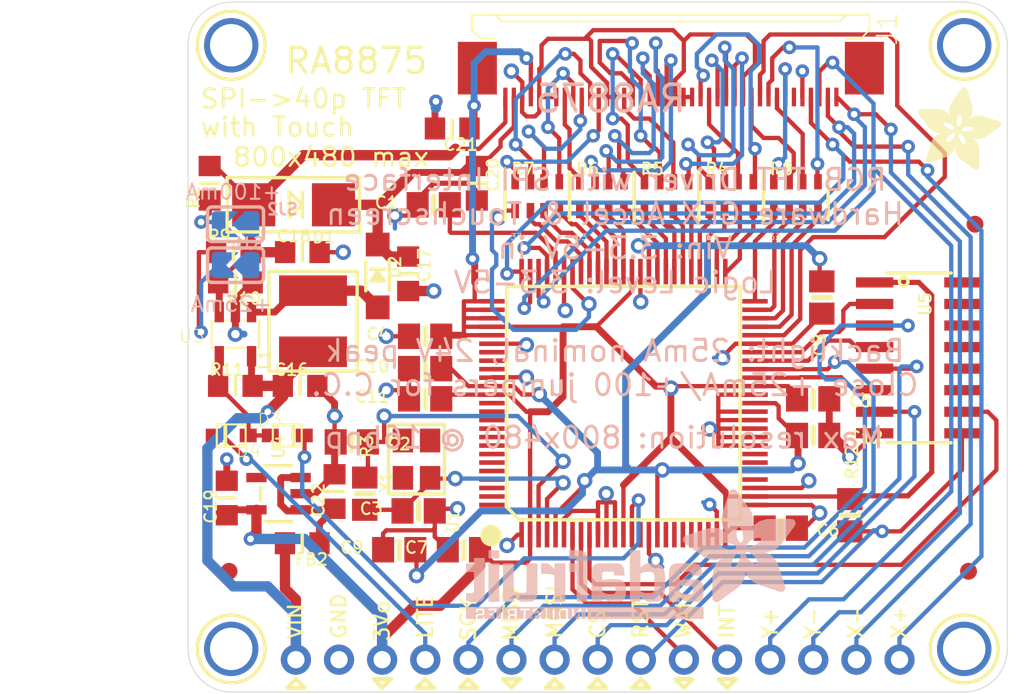
<source format=kicad_pcb>
(kicad_pcb (version 20211014) (generator pcbnew)
  (layers (0 "F.Cu" signal) (31 "B.Cu" signal) (34 "B.Paste" user) (35 "F.Paste" user) (36 "B.SilkS" user "B.Silkscreen") (37 "F.SilkS" user "F.Silkscreen") (38 "B.Mask" user) (39 "F.Mask" user) (44 "Edge.Cuts" user))
  (net 0 "")
  (net 1 "N$4")
  (net 2 "N$5")
  (net 3 "N$6")
  (net 4 "N$7")
  (net 5 "N$8")
  (net 6 "N$9")
  (net 7 "N$10")
  (net 8 "N$11")
  (net 9 "N$12")
  (net 10 "N$13")
  (net 11 "N$14")
  (net 12 "N$15")
  (net 13 "N$16")
  (net 14 "N$17")
  (net 15 "N$18")
  (net 16 "N$19")
  (net 17 "N$20")
  (net 18 "N$21")
  (net 19 "N$22")
  (net 20 "N$23")
  (net 21 "Y-")
  (net 22 "Y+")
  (net 23 "X-")
  (net 24 "X+")
  (net 25 "GND")
  (net 26 "+3V3")
  (net 27 "INT")
  (net 28 "WAIT")
  (net 29 "N$3")
  (net 30 "RESET")
  (net 31 "1.5V")
  (net 32 "N$2")
  (net 33 "N$28")
  (net 34 "HSYNC")
  (net 35 "VSYNC")
  (net 36 "PIXCLK")
  (net 37 "DE")
  (net 38 "PWM0")
  (net 39 "LEDK")
  (net 40 "R3")
  (net 41 "R4")
  (net 42 "R5")
  (net 43 "R6")
  (net 44 "R7")
  (net 45 "G2")
  (net 46 "G3")
  (net 47 "G4")
  (net 48 "G5")
  (net 49 "G6")
  (net 50 "G7")
  (net 51 "B3")
  (net 52 "B4")
  (net 53 "B5")
  (net 54 "B6")
  (net 55 "B7")
  (net 56 "ON/OFF")
  (net 57 "N$1")
  (net 58 "+24V")
  (net 59 "VIN")
  (net 60 "N$25")
  (net 61 "SPI_CLK_3V")
  (net 62 "MOSI_3V")
  (net 63 "MISO")
  (net 64 "SPI_CS_3V")
  (net 65 "RESET_3V")
  (net 66 "SCK")
  (net 67 "MOSI")
  (net 68 "CS")
  (net 69 "BACKLITE")
  (net 70 "SHDN")
  (net 71 "N$24")
  (net 72 "N$26")
  (footprint "boardEagle:_0805MP" (layer "F.Cu") (at 141.3811 95.3516 -90)
    (fp_text reference "C20")
    (fp_text value "1uF")
  )
  (footprint "boardEagle:0805-NO" (layer "F.Cu") (at 134.7771 113.6396 90)
    (fp_text reference "R3")
    (fp_text value "1M")
  )
  (footprint "boardEagle:_0805MP" (layer "F.Cu") (at 131.1021 99.4076)
    (fp_text reference "C18")
    (fp_text value "0.1uF")
  )
  (footprint "boardEagle:_0805MP" (layer "F.Cu") (at 132.9991 113.5126 90)
    (fp_text reference "C22")
    (fp_text value "10uF")
  )
  (footprint "boardEagle:RESPACK_4X0603" (layer "F.Cu") (at 152.5571 96.1136)
    (fp_text reference "R5")
    (fp_text value "33")
  )
  (footprint "boardEagle:_0805MP" (layer "F.Cu") (at 127.1571 107.2896)
    (fp_text reference "R11")
    (fp_text value "10K")
  )
  (footprint "boardEagle:_0805MP" (layer "F.Cu") (at 131.0941 116.5606 180)
    (fp_text reference "FB2")
    (fp_text value "Ferrite")
  )
  (footprint "boardEagle:LQFP100" (layer "F.Cu") (at 150.0171 108.3056)
    (fp_text reference "U1")
    (fp_text value "RA8875")
  )
  (footprint "boardEagle:0805-NO" (layer "F.Cu") (at 138.3331 108.0516 180)
    (fp_text reference "C11")
    (fp_text value "0.1uF")
  )
  (footprint "boardEagle:0805-NO" (layer "F.Cu") (at 140.6191 116.9416 180)
    (fp_text reference "C7")
    (fp_text value "0.1uF")
  )
  (footprint "boardEagle:SOD-323F" (layer "F.Cu") (at 126.9111 110.2106 180)
    (fp_text reference "D4")
    (fp_text value "1N4148")
  )
  (footprint "boardEagle:SMADIODE" (layer "F.Cu") (at 130.5861 96.6216 180)
    (fp_text reference "D1")
    (fp_text value "MM3Z24VT1G")
  )
  (footprint "boardEagle:0805-NO" (layer "F.Cu") (at 138.3331 104.3686 180)
    (fp_text reference "C4")
    (fp_text value "0.1uF")
  )
  (footprint "boardEagle:_0805MP" (layer "F.Cu") (at 130.9671 107.2896)
    (fp_text reference "C16")
    (fp_text value "10uF")
  )
  (footprint "boardEagle:_0805MP" (layer "F.Cu") (at 139.9301 92.1256 180)
    (fp_text reference "C21")
    (fp_text value "10µF")
  )
  (footprint "boardEagle:SOT23-5@1" (layer "F.Cu") (at 127.1571 104.2416 180)
    (fp_text reference "U3")
    (fp_text value "FAN5333BSX")
  )
  (footprint "boardEagle:MOUNTINGHOLE_2.5_PLATED" (layer "F.Cu") (at 126.9111 87.2236)
    (fp_text reference "U$21" hide)
    (fp_text value "MOUNTINGHOLE2.5" hide)
  )
  (footprint "boardEagle:0805-NO" (layer "F.Cu") (at 159.2881 115.6716)
    (fp_text reference "C6")
    (fp_text value "0.1uF")
  )
  (footprint "boardEagle:MOUNTINGHOLE_2.5_PLATED" (layer "F.Cu") (at 170.0911 87.2236)
    (fp_text reference "U$22" hide)
    (fp_text value "MOUNTINGHOLE2.5" hide)
  )
  (footprint "boardEagle:_0805MP" (layer "F.Cu") (at 127.1571 101.1936 180)
    (fp_text reference "R10")
    (fp_text value "12Ω")
  )
  (footprint "boardEagle:MOUNTINGHOLE_2.5_PLATED" (layer "F.Cu") (at 170.0911 122.7836)
    (fp_text reference "U$23" hide)
    (fp_text value "MOUNTINGHOLE2.5" hide)
  )
  (footprint "boardEagle:RESPACK_4X0603" (layer "F.Cu") (at 148.7471 96.1136)
    (fp_text reference "R6")
    (fp_text value "33")
  )
  (footprint "boardEagle:_0805MP" (layer "F.Cu") (at 127.0381 99.4156)
    (fp_text reference "R9")
    (fp_text value "12Ω")
  )
  (footprint "boardEagle:0805-NO" (layer "F.Cu") (at 138.3331 106.2736 180)
    (fp_text reference "C10")
    (fp_text value "0.1uF")
  )
  (footprint "boardEagle:INDUCTOR_5X5MM_NR5040_NOTHERMALS" (layer "F.Cu") (at 131.7291 103.4796 90)
    (fp_text reference "L1")
    (fp_text value "6.8uH large inductor")
  )
  (footprint "boardEagle:0805-NO" (layer "F.Cu") (at 136.8091 116.9416 180)
    (fp_text reference "C9")
    (fp_text value "0.1uF")
  )
  (footprint "boardEagle:4-1734839-0" (layer "F.Cu") (at 152.8111 87.7316)
    (fp_text reference "J1")
    (fp_text value "40PINFPCM4-1734839-0")
  )
  (footprint "boardEagle:MOUNTINGHOLE_2.5_PLATED" (layer "F.Cu") (at 126.9111 122.7836)
    (fp_text reference "U$24" hide)
    (fp_text value "MOUNTINGHOLE2.5" hide)
  )
  (footprint "boardEagle:_0805MP" (layer "F.Cu") (at 125.6411 95.3516 90)
    (fp_text reference "R1")
    (fp_text value "3Ω")
  )
  (footprint "boardEagle:SOIC16" (layer "F.Cu") (at 167.4161 105.6386 -90)
    (fp_text reference "U5")
    (fp_text value "74HC4050")
  )
  (footprint "boardEagle:FIDUCIAL_1MM" (layer "F.Cu") (at 170.3451 118.2116)
    (fp_text reference "FID2" hide)
    (fp_text value "FIDUCIAL\"\"" hide)
  )
  (footprint "boardEagle:_0805MP" (layer "F.Cu") (at 137.3331 100.6856 -90)
    (fp_text reference "C17")
    (fp_text value "1uF")
  )
  (footprint "boardEagle:SOD-123" (layer "F.Cu") (at 135.5391 100.8126 -90)
    (fp_text reference "D2")
    (fp_text value "MBR0540")
  )
  (footprint "boardEagle:SOT23-5" (layer "F.Cu") (at 129.6971 113.6396 90)
    (fp_text reference "U4")
    (fp_text value "MIC5225-3.3v")
  )
  (footprint "boardEagle:ADAFRUIT_5MM" (layer "F.Cu") (at 167.3921 94.5616)
    (fp_text reference "U$18" hide)
    (fp_text value "" hide)
  )
  (footprint "boardEagle:RESPACK_4X0603" (layer "F.Cu") (at 156.3671 96.1136)
    (fp_text reference "R4")
    (fp_text value "33")
  )
  (footprint "boardEagle:0805-NO" (layer "F.Cu") (at 161.7011 102.0826 -90)
    (fp_text reference "C8")
    (fp_text value "0.1uF")
  )
  (footprint "boardEagle:CRYSTAL_3.2X2.5" (layer "F.Cu") (at 137.8251 111.6076 90)
    (fp_text reference "Y1")
    (fp_text value "20MHz")
  )
  (footprint "boardEagle:0805-NO" (layer "F.Cu") (at 163.3521 114.9096 90)
    (fp_text reference "R12")
    (fp_text value "10K")
  )
  (footprint "boardEagle:_0805MP" (layer "F.Cu") (at 126.6491 113.8936 90)
    (fp_text reference "C19")
    (fp_text value "10µF")
  )
  (footprint "boardEagle:0805-NO" (layer "F.Cu") (at 138.8411 96.6216 180)
    (fp_text reference "C1")
    (fp_text value "0.1uF")
  )
  (footprint "boardEagle:RESPACK_4X0603" (layer "F.Cu") (at 144.9371 96.1136)
    (fp_text reference "R7")
    (fp_text value "33")
  )
  (footprint "boardEagle:0805-NO" (layer "F.Cu") (at 137.9521 114.6556 180)
    (fp_text reference "C3")
    (fp_text value "20pF")
  )
  (footprint "boardEagle:FIDUCIAL_1MM" (layer "F.Cu") (at 126.7841 118.2116)
    (fp_text reference "FID1" hide)
    (fp_text value "FIDUCIAL\"\"" hide)
  )
  (footprint "boardEagle:1X15-CB" (layer "F.Cu") (at 148.5011 123.4186 180)
    (fp_text reference "JP1" hide)
    (fp_text value "Breakout" hide)
  )
  (footprint "boardEagle:0805-NO" (layer "F.Cu") (at 161.1931 108.0516)
    (fp_text reference "C5")
    (fp_text value "0.1uF")
  )
  (footprint "boardEagle:0805-NO" (layer "F.Cu") (at 134.0151 110.5916)
    (fp_text reference "C2")
    (fp_text value "20pF")
  )
  (footprint "boardEagle:RESPACK_4X0603" (layer "F.Cu") (at 160.1771 96.1136)
    (fp_text reference "R8")
    (fp_text value "33")
  )
  (footprint "boardEagle:0805-NO" (layer "F.Cu") (at 161.1931 110.2106)
    (fp_text reference "C12")
    (fp_text value "0.1uF")
  )
  (footprint "boardEagle:FIDUCIAL_1MM" (layer "F.Cu") (at 170.7261 97.7646)
    (fp_text reference "FID3" hide)
    (fp_text value "FIDUCIAL\"\"" hide)
  )
  (footprint "boardEagle:SOD-323F" (layer "F.Cu") (at 130.2131 110.2106)
    (fp_text reference "D3")
    (fp_text value "1N4148")
  )
  (footprint "boardEagle:SOLDERJUMPER_ARROW_NOPASTE" (layer "B.Cu") (at 127.1651 100.1776 180)
    (fp_text reference "SJ1")
    (fp_text value "+25mA")
  )
  (footprint "boardEagle:SOLDERJUMPER_ARROW_NOPASTE" (layer "B.Cu") (at 127.1651 97.7646 180)
    (fp_text reference "SJ2")
    (fp_text value "+100mA")
  )
  (footprint "boardEagle:ADAFRUIT_TEXT_20MM" (layer "B.Cu") (at 160.3121 121.0056 180)
    (fp_text reference "U$25" hide)
    (fp_text value "" hide)
  )
  (gr_line (start 149.0091 125.0696) (end 147.9931 125.0696) (layer "F.SilkS") (width 0.254))
  (gr_line (start 140.3731 125.0696) (end 140.8811 124.5616) (layer "F.SilkS") (width 0.254))
  (gr_line (start 151.5491 125.0696) (end 150.5331 125.0696) (layer "F.SilkS") (width 0.254))
  (gr_line (start 142.9131 124.5616) (end 143.9291 124.5616) (layer "F.SilkS") (width 0.254))
  (gr_line (start 130.2131 125.0696) (end 130.7211 124.5616) (layer "F.SilkS") (width 0.254))
  (gr_line (start 141.3891 125.0696) (end 140.3731 125.0696) (layer "F.SilkS") (width 0.254))
  (gr_line (start 146.4691 125.0696) (end 145.4531 125.0696) (layer "F.SilkS") (width 0.254))
  (gr_line (start 145.4531 125.0696) (end 145.9611 124.5616) (layer "F.SilkS") (width 0.254))
  (gr_line (start 147.9931 125.0696) (end 148.5011 124.5616) (layer "F.SilkS") (width 0.254))
  (gr_line (start 154.0891 124.5616) (end 153.5811 125.0696) (layer "F.SilkS") (width 0.254))
  (gr_line (start 138.8491 125.0696) (end 137.8331 125.0696) (layer "F.SilkS") (width 0.254))
  (gr_line (start 140.8811 124.5616) (end 141.3891 125.0696) (layer "F.SilkS") (width 0.254))
  (gr_line (start 153.5811 125.0696) (end 153.0731 124.5616) (layer "F.SilkS") (width 0.254))
  (gr_line (start 136.3091 124.5616) (end 135.8011 125.0696) (layer "F.SilkS") (width 0.254))
  (gr_line (start 148.5011 124.5616) (end 149.0091 125.0696) (layer "F.SilkS") (width 0.254))
  (gr_line (start 135.2931 124.5616) (end 136.3091 124.5616) (layer "F.SilkS") (width 0.254))
  (gr_line (start 138.3411 124.5616) (end 138.8491 125.0696) (layer "F.SilkS") (width 0.254))
  (gr_line (start 153.0731 124.5616) (end 154.0891 124.5616) (layer "F.SilkS") (width 0.254))
  (gr_line (start 150.5331 125.0696) (end 151.0411 124.5616) (layer "F.SilkS") (width 0.254))
  (gr_line (start 130.7211 124.5616) (end 131.2291 125.0696) (layer "F.SilkS") (width 0.254))
  (gr_line (start 143.4211 125.0696) (end 142.9131 124.5616) (layer "F.SilkS") (width 0.254))
  (gr_line (start 145.9611 124.5616) (end 146.4691 125.0696) (layer "F.SilkS") (width 0.254))
  (gr_line (start 155.6131 124.5616) (end 156.6291 124.5616) (layer "F.SilkS") (width 0.254))
  (gr_line (start 135.8011 125.0696) (end 135.2931 124.5616) (layer "F.SilkS") (width 0.254))
  (gr_line (start 151.0411 124.5616) (end 151.5491 125.0696) (layer "F.SilkS") (width 0.254))
  (gr_line (start 156.1211 125.0696) (end 155.6131 124.5616) (layer "F.SilkS") (width 0.254))
  (gr_line (start 131.2291 125.0696) (end 130.2131 125.0696) (layer "F.SilkS") (width 0.254))
  (gr_line (start 143.9291 124.5616) (end 143.4211 125.0696) (layer "F.SilkS") (width 0.254))
  (gr_line (start 137.8331 125.0696) (end 138.3411 124.5616) (layer "F.SilkS") (width 0.254))
  (gr_line (start 156.6291 124.5616) (end 156.1211 125.0696) (layer "F.SilkS") (width 0.254))
  (gr_arc (start 170.0911 84.6836) (mid 171.887151 85.427549) (end 172.6311 87.2236) (layer "Edge.Cuts") (width 0.05))
  (gr_arc (start 124.3711 87.2236) (mid 125.115049 85.427549) (end 126.9111 84.6836) (layer "Edge.Cuts") (width 0.05))
  (gr_line (start 124.3711 122.7836) (end 124.3711 87.2236) (layer "Edge.Cuts") (width 0.05))
  (gr_line (start 172.6311 87.2236) (end 172.6311 122.7836) (layer "Edge.Cuts") (width 0.05))
  (gr_arc (start 172.6311 122.7836) (mid 171.887151 124.579651) (end 170.0911 125.3236) (layer "Edge.Cuts") (width 0.05))
  (gr_line (start 170.0911 125.3236) (end 126.9111 125.3236) (layer "Edge.Cuts") (width 0.05))
  (gr_arc (start 126.9111 125.3236) (mid 125.115049 124.579651) (end 124.3711 122.7836) (layer "Edge.Cuts") (width 0.05))
  (gr_line (start 126.9111 84.6836) (end 170.0911 84.6836) (layer "Edge.Cuts") (width 0.05))
  (gr_text "+100mA" (at 127.0381 95.8596) (layer "B.SilkS") (effects (font (size 0.89408 0.89408) (thickness 0.12192)) (justify mirror)))
  (gr_text "RA8875" (at 153.8351 91.2876) (layer "B.SilkS") (effects (font (size 1.56464 1.56464) (thickness 0.21336)) (justify left bottom mirror)))
  (gr_text "+25mA" (at 126.9111 102.4636) (layer "B.SilkS") (effects (font (size 0.89408 0.89408) (thickness 0.12192)) (justify mirror)))
  (gr_text "Max resolution: 800x480 @ 16bpp" (at 148.8821 110.3376) (layer "B.SilkS") (effects (font (size 1.251712 1.251712) (thickness 0.170688)) (justify mirror)))
  (gr_text "RGB TFT Driver with SPI Interface\nHardware GFX Accel & Touchscreen\nVin: 3.3-5V in\nLogic Level: 3.3-5V\n\nBacklight: 25mA nominal, 24V peak\nClose +25mA/+100 jumpers for C.C." (at 149.5171 101.1936) (layer "B.SilkS") (effects (font (size 1.251712 1.251712) (thickness 0.170688)) (justify mirror)))
  (gr_text "SCK" (at 140.8731 122.4026 90) (layer "F.SilkS") (effects (font (size 0.87376 0.87376) (thickness 0.14224)) (justify left)))
  (gr_text "Y+" (at 158.6531 122.2756 90) (layer "F.SilkS") (effects (font (size 0.87376 0.87376) (thickness 0.14224)) (justify left)))
  (gr_text "X+" (at 166.2731 122.2756 90) (layer "F.SilkS") (effects (font (size 0.87376 0.87376) (thickness 0.14224)) (justify left)))
  (gr_text "RA8875" (at 129.9591 89.0016) (layer "F.SilkS") (effects (font (size 1.475232 1.475232) (thickness 0.201168)) (justify left bottom)))
  (gr_text "SPI->40p TFT" (at 125.0061 91.0336) (layer "F.SilkS") (effects (font (size 1.1176 1.1176) (thickness 0.1524)) (justify left bottom)))
  (gr_text "with Touch" (at 125.0061 92.6846) (layer "F.SilkS") (effects (font (size 1.1176 1.1176) (thickness 0.1524)) (justify left bottom)))
  (gr_text "800x480 max" (at 126.9111 94.4626) (layer "F.SilkS") (effects (font (size 1.1176 1.1176) (thickness 0.1524)) (justify left bottom)))
  (gr_text "RST" (at 151.0331 122.2756 90) (layer "F.SilkS") (effects (font (size 0.87376 0.87376) (thickness 0.14224)) (justify left)))
  (gr_text "VIN" (at 130.7131 122.2756 90) (layer "F.SilkS") (effects (font (size 0.87376 0.87376) (thickness 0.14224)) (justify left)))
  (gr_text "X-" (at 163.7331 122.2756 90) (layer "F.SilkS") (effects (font (size 0.87376 0.87376) (thickness 0.14224)) (justify left)))
  (gr_text "Y-" (at 161.1931 122.2756 90) (layer "F.SilkS") (effects (font (size 0.87376 0.87376) (thickness 0.14224)) (justify left)))
  (gr_text "INT" (at 156.1131 122.2756 90) (layer "F.SilkS") (effects (font (size 0.87376 0.87376) (thickness 0.14224)) (justify left)))
  (gr_text "3Vo" (at 135.7931 122.4026 90) (layer "F.SilkS") (effects (font (size 0.87376 0.87376) (thickness 0.14224)) (justify left)))
  (gr_text "WAIT" (at 153.5731 122.2756 90) (layer "F.SilkS") (effects (font (size 0.87376 0.87376) (thickness 0.14224)) (justify left)))
  (gr_text "LITE" (at 138.3331 122.2756 90) (layer "F.SilkS") (effects (font (size 0.87376 0.87376) (thickness 0.14224)) (justify left)))
  (gr_text "GND" (at 133.2531 122.2756 90) (layer "F.SilkS") (effects (font (size 0.87376 0.87376) (thickness 0.14224)) (justify left)))
  (gr_text "MISO" (at 143.4131 122.4026 90) (layer "F.SilkS") (effects (font (size 0.87376 0.87376) (thickness 0.14224)) (justify left)))
  (gr_text "MOSI" (at 145.9531 122.2756 90) (layer "F.SilkS") (effects (font (size 0.87376 0.87376) (thickness 0.14224)) (justify left)))
  (gr_text "CS" (at 148.4931 122.2756 90) (layer "F.SilkS") (effects (font (size 0.87376 0.87376) (thickness 0.14224)) (justify left)))
  (segment (start 157.6671 98.1436) (end 157.6671 96.9636) (width 0.254) (layer "F.Cu") (net 1))
  (segment (start 156.1161 100.5556) (end 156.0171 100.5556) (width 0.254) (layer "F.Cu") (net 1))
  (segment (start 156.8751 98.9076) (end 157.6391 98.1436) (width 0.254) (layer "F.Cu") (net 1))
  (segment (start 157.6391 98.1436) (end 157.6671 98.1436) (width 0.254) (layer "F.Cu") (net 1))
  (segment (start 156.8751 99.7966) (end 156.8751 98.9076) (width 0.254) (layer "F.Cu") (net 1))
  (segment (start 156.8751 99.7966) (end 156.1161 100.5556) (width 0.254) (layer "F.Cu") (net 1))
  (segment (start 156.8751 97.0716) (end 156.7671 96.9636) (width 0.254) (layer "F.Cu") (net 2))
  (segment (start 156.8751 98.1456) (end 156.8751 97.0716) (width 0.254) (layer "F.Cu") (net 2))
  (segment (start 155.5171 98.7416) (end 155.6051 98.6536) (width 0.254) (layer "F.Cu") (net 2))
  (segment (start 155.5171 100.5556) (end 155.5171 98.7416) (width 0.254) (layer "F.Cu") (net 2))
  (segment (start 156.3671 98.6536) (end 156.8751 98.1456) (width 0.254) (layer "F.Cu") (net 2))
  (segment (start 155.6051 98.6536) (end 156.3671 98.6536) (width 0.254) (layer "F.Cu") (net 2))
  (segment (start 155.8591 98.1456) (end 155.9671 98.0376) (width 0.254) (layer "F.Cu") (net 3))
  (segment (start 155.3511 98.1456) (end 155.8591 98.1456) (width 0.254) (layer "F.Cu") (net 3))
  (segment (start 155.0171 100.5556) (end 155.0171 98.4796) (width 0.254) (layer "F.Cu") (net 3))
  (segment (start 155.9671 98.0376) (end 155.9671 96.9636) (width 0.254) (layer "F.Cu") (net 3))
  (segment (start 155.0171 98.4796) (end 155.3511 98.1456) (width 0.254) (layer "F.Cu") (net 3))
  (segment (start 154.5171 100.5556) (end 154.5171 98.2176) (width 0.254) (layer "F.Cu") (net 4))
  (segment (start 155.0971 97.6376) (end 155.0971 96.9936) (width 0.254) (layer "F.Cu") (net 4))
  (segment (start 154.5171 98.2176) (end 155.0971 97.6376) (width 0.254) (layer "F.Cu") (net 4))
  (segment (start 155.0971 96.9936) (end 155.0671 96.9636) (width 0.254) (layer "F.Cu") (net 4))
  (segment (start 154.0171 97.1236) (end 153.8571 96.9636) (width 0.254) (layer "F.Cu") (net 5))
  (segment (start 154.0171 100.5556) (end 154.0171 97.1236) (width 0.254) (layer "F.Cu") (net 5))
  (segment (start 153.5171 100.5556) (end 153.5171 97.8356) (width 0.254) (layer "F.Cu") (net 6))
  (segment (start 153.5171 97.8356) (end 152.9571 97.2756) (width 0.254) (layer "F.Cu") (net 6))
  (segment (start 152.9571 97.2756) (end 152.9571 96.9636) (width 0.254) (layer "F.Cu") (net 6))
  (segment (start 152.8111 97.8916) (end 152.5571 97.8916) (width 0.254) (layer "F.Cu") (net 7))
  (segment (start 152.5571 97.8916) (end 152.1571 97.4916) (width 0.254) (layer "F.Cu") (net 7))
  (segment (start 153.0171 100.5556) (end 153.0171 98.0976) (width 0.254) (layer "F.Cu") (net 7))
  (segment (start 153.0171 98.0976) (end 152.8111 97.8916) (width 0.254) (layer "F.Cu") (net 7))
  (segment (start 152.1571 97.4916) (end 152.1571 96.9636) (width 0.254) (layer "F.Cu") (net 7))
  (segment (start 152.5171 100.5556) (end 152.5171 98.6136) (width 0.254) (layer "F.Cu") (net 8))
  (segment (start 152.5171 98.6136) (end 151.2571 97.3536) (width 0.254) (layer "F.Cu") (net 8))
  (segment (start 151.2571 97.3536) (end 151.2571 96.9636) (width 0.254) (layer "F.Cu") (net 8))
  (segment (start 152.0171 100.5556) (end 152.0171 98.8756) (width 0.254) (layer "F.Cu") (net 9))
  (segment (start 152.0171 98.8756) (end 150.5251 97.3836) (width 0.254) (layer "F.Cu") (net 9))
  (segment (start 150.5251 97.1296) (end 150.3591 96.9636) (width 0.254) (layer "F.Cu") (net 9))
  (segment (start 150.3591 96.9636) (end 150.0471 96.9636) (width 0.254) (layer "F.Cu") (net 9))
  (segment (start 150.5251 97.3836) (end 150.5251 97.1296) (width 0.254) (layer "F.Cu") (net 9))
  (segment (start 149.1471 97.2756) (end 149.1471 96.9636) (width 0.254) (layer "F.Cu") (net 10))
  (segment (start 150.0171 98.1456) (end 149.1471 97.2756) (width 0.254) (layer "F.Cu") (net 10))
  (segment (start 150.0171 100.5556) (end 150.0171 98.1456) (width 0.254) (layer "F.Cu") (net 10))
  (segment (start 149.5171 100.5556) (end 149.5171 98.5346) (width 0.254) (layer "F.Cu") (net 11))
  (segment (start 148.3661 96.9826) (end 148.3471 96.9636) (width 0.254) (layer "F.Cu") (net 11))
  (segment (start 148.3661 97.3836) (end 148.3661 96.9826) (width 0.254) (layer "F.Cu") (net 11))
  (segment (start 148.3471 97.2376) (end 148.3471 96.9636) (width 0.254) (layer "F.Cu") (net 11))
  (segment (start 149.5171 98.5346) (end 148.3661 97.3836) (width 0.254) (layer "F.Cu") (net 11))
  (segment (start 147.4771 96.9936) (end 147.4471 96.9636) (width 0.254) (layer "F.Cu") (net 12))
  (segment (start 149.0171 100.5556) (end 149.0171 98.7966) (width 0.254) (layer "F.Cu") (net 12))
  (segment (start 147.4771 97.2566) (end 147.4771 96.9936) (width 0.254) (layer "F.Cu") (net 12))
  (segment (start 149.0171 98.7966) (end 147.4771 97.2566) (width 0.254) (layer "F.Cu") (net 12))
  (segment (start 146.2951 96.9636) (end 146.2371 96.9636) (width 0.254) (layer "F.Cu") (net 13))
  (segment (start 146.2071 97.0026) (end 146.2071 96.9936) (width 0.254) (layer "F.Cu") (net 13))
  (segment (start 147.2231 97.7646) (end 146.9691 97.7646) (width 0.254) (layer "F.Cu") (net 13))
  (segment (start 148.5171 100.5556) (end 148.5171 99.0586) (width 0.254) (layer "F.Cu") (net 13))
  (segment (start 146.2071 96.9936) (end 146.2371 96.9636) (width 0.254) (layer "F.Cu") (net 13))
  (segment (start 148.5171 99.0586) (end 147.2231 97.7646) (width 0.254) (layer "F.Cu") (net 13))
  (segment (start 146.9691 97.7646) (end 146.2071 97.0026) (width 0.254) (layer "F.Cu") (net 13))
  (segment (start 145.3371 97.2756) (end 145.3371 96.9636) (width 0.254) (layer "F.Cu") (net 14))
  (segment (start 148.0171 100.5556) (end 148.0171 99.3206) (width 0.254) (layer "F.Cu") (net 14))
  (segment (start 146.9691 98.2726) (end 146.3341 98.2726) (width 0.254) (layer "F.Cu") (net 14))
  (segment (start 145.4451 97.0716) (end 145.3371 96.9636) (width 0.254) (layer "F.Cu") (net 14))
  (segment (start 148.0171 99.3206) (end 146.9691 98.2726) (width 0.254) (layer "F.Cu") (net 14))
  (segment (start 146.3341 98.2726) (end 145.3371 97.2756) (width 0.254) (layer "F.Cu") (net 14))
  (segment (start 145.0641 97.7646) (end 144.8101 97.7646) (width 0.254) (layer "F.Cu") (net 15))
  (segment (start 144.8101 97.7646) (end 144.5371 97.4916) (width 0.254) (layer "F.Cu") (net 15))
  (segment (start 147.5171 100.5556) (end 147.5171 99.5826) (width 0.254) (layer "F.Cu") (net 15))
  (segment (start 146.0801 98.7806) (end 145.0641 97.7646) (width 0.254) (layer "F.Cu") (net 15))
  (segment (start 146.7151 98.7806) (end 146.0801 98.7806) (width 0.254) (layer "F.Cu") (net 15))
  (segment (start 144.5371 97.4916) (end 144.5371 96.9636) (width 0.254) (layer "F.Cu") (net 15))
  (segment (start 144.5561 97.3836) (end 144.5561 96.9826) (width 0.254) (layer "F.Cu") (net 15))
  (segment (start 144.5561 96.9826) (end 144.5371 96.9636) (width 0.254) (layer "F.Cu") (net 15))
  (segment (start 147.5171 99.5826) (end 146.7151 98.7806) (width 0.254) (layer "F.Cu") (net 15))
  (segment (start 147.9541 102.4636) (end 147.9851 102.4636) (width 0.254) (layer "F.Cu") (net 16))
  (segment (start 142.6511 97.3836) (end 143.0711 96.9636) (width 0.254) (layer "F.Cu") (net 16))
  (segment (start 143.0711 96.9636) (end 143.6371 96.9636) (width 0.254) (layer "F.Cu") (net 16))
  (segment (start 147.0171 101.5266) (end 147.9541 102.4636) (width 0.254) (layer "F.Cu") (net 16))
  (segment (start 147.0171 100.5556) (end 147.0171 101.5266) (width 0.254) (layer "F.Cu") (net 16))
  (via (at 142.6511 97.3836) (size 0.9064) (drill 0.5) (layers "F.Cu" "B.Cu") (net 16))
  (via (at 147.9851 102.4636) (size 0.9064) (drill 0.5) (layers "F.Cu" "B.Cu") (net 16))
  (segment (start 142.5241 100.1776) (end 142.5241 99.5426) (width 0.254) (layer "B.Cu") (net 16))
  (segment (start 147.2231 103.9876) (end 143.5401 103.9876) (width 0.254) (layer "B.Cu") (net 16))
  (segment (start 142.2701 97.7646) (end 142.6511 97.3836) (width 0.254) (layer "B.Cu") (net 16))
  (segment (start 147.9851 103.2256) (end 147.2231 103.9876) (width 0.254) (layer "B.Cu") (net 16))
  (segment (start 142.2701 102.7176) (end 142.2701 100.4316) (width 0.254) (layer "B.Cu") (net 16))
  (segment (start 142.2701 99.2886) (end 142.2701 97.7646) (width 0.254) (layer "B.Cu") (net 16))
  (segment (start 143.5401 103.9876) (end 142.2701 102.7176) (width 0.254) (layer "B.Cu") (net 16))
  (segment (start 142.2701 100.4316) (end 142.5241 100.1776) (width 0.254) (layer "B.Cu") (net 16))
  (segment (start 142.5241 99.5426) (end 142.2701 99.2886) (width 0.254) (layer "B.Cu") (net 16))
  (segment (start 147.9851 102.4636) (end 147.9851 103.2256) (width 0.254) (layer "B.Cu") (net 16))
  (segment (start 158.9071 96.9936) (end 158.8771 96.9636) (width 0.254) (layer "F.Cu") (net 17))
  (segment (start 157.7671 102.3056) (end 157.7671 98.7776) (width 0.254) (layer "F.Cu") (net 17))
  (segment (start 157.7671 98.7776) (end 158.9071 97.6376) (width 0.254) (layer "F.Cu") (net 17))
  (segment (start 158.9071 97.6376) (end 158.9071 96.9936) (width 0.254) (layer "F.Cu") (net 17))
  (segment (start 159.7961 96.9826) (end 159.7771 96.9636) (width 0.254) (layer "F.Cu") (net 18))
  (segment (start 157.7671 102.8056) (end 158.6921 102.8056) (width 0.254) (layer "F.Cu") (net 18))
  (segment (start 158.9071 102.5906) (end 158.9071 98.3996) (width 0.254) (layer "F.Cu") (net 18))
  (segment (start 158.6921 102.8056) (end 158.9071 102.5906) (width 0.254) (layer "F.Cu") (net 18))
  (segment (start 158.9071 98.3996) (end 159.7961 97.5106) (width 0.254) (layer "F.Cu") (net 18))
  (segment (start 159.7961 97.5106) (end 159.7961 96.9826) (width 0.254) (layer "F.Cu") (net 18))
  (segment (start 159.4151 98.7806) (end 160.5581 97.6376) (width 0.254) (layer "F.Cu") (net 19))
  (segment (start 157.7671 103.3056) (end 158.9541 103.3056) (width 0.254) (layer "F.Cu") (net 19))
  (segment (start 160.5581 97.6376) (end 160.5581 96.9826) (width 0.254) (layer "F.Cu") (net 19))
  (segment (start 159.4151 102.8446) (end 159.4151 98.7806) (width 0.254) (layer "F.Cu") (net 19))
  (segment (start 160.5581 96.9826) (end 160.5771 96.9636) (width 0.254) (layer "F.Cu") (net 19))
  (segment (start 158.9541 103.3056) (end 159.4151 102.8446) (width 0.254) (layer "F.Cu") (net 19))
  (segment (start 157.7671 103.8056) (end 159.2161 103.8056) (width 0.254) (layer "F.Cu") (net 20))
  (segment (start 161.4771 97.4806) (end 161.4771 96.9636) (width 0.254) (layer "F.Cu") (net 20))
  (segment (start 159.9231 99.0346) (end 161.4771 97.4806) (width 0.254) (layer "F.Cu") (net 20))
  (segment (start 159.2161 103.8056) (end 159.9231 103.0986) (width 0.254) (layer "F.Cu") (net 20))
  (segment (start 159.9231 103.0986) (end 159.9231 99.0346) (width 0.254) (layer "F.Cu") (net 20))
  (segment (start 163.6061 91.2876) (end 162.5901 90.2716) (width 0.254) (layer "F.Cu") (net 21))
  (segment (start 144.5171 102.3756) (end 144.1751 102.7176) (width 0.254) (layer "F.Cu") (net 21))
  (segment (start 164.8841 91.2876) (end 163.6061 91.2876) (width 0.254) (layer "F.Cu") (net 21))
  (segment (start 165.7731 92.1766) (end 164.8841 91.2876) (width 0.254) (layer "F.Cu") (net 21))
  (segment (start 144.5171 100.5556) (end 144.5171 102.3756) (width 0.254) (layer "F.Cu") (net 21))
  (segment (start 162.5901 90.2716) (end 162.5611 90.2716) (width 0.254) (layer "F.Cu") (net 21))
  (via (at 163.6061 91.2876) (size 0.8001) (drill 0.3937) (layers "F.Cu" "B.Cu") (net 21))
  (via (at 165.7731 92.1766) (size 0.8001) (drill 0.3937) (layers "F.Cu" "B.Cu") (net 21))
  (via (at 144.1751 102.7176) (size 0.8001) (drill 0.3937) (layers "F.Cu" "B.Cu") (net 21))
  (segment (start 163.6061 91.4146) (end 163.6061 91.2876) (width 0.254) (layer "B.Cu") (net 21))
  (segment (start 148.6201 97.6376) (end 162.0821 97.6376) (width 0.254) (layer "B.Cu") (net 21))
  (segment (start 144.1751 102.0826) (end 148.6201 97.6376) (width 0.254) (layer "B.Cu") (net 21))
  (segment (start 164.2411 95.4786) (end 164.2411 92.0496) (width 0.254) (layer "B.Cu") (net 21))
  (segment (start 162.0821 97.6376) (end 164.2411 95.4786) (width 0.254) (layer "B.Cu") (net 21))
  (segment (start 163.9951 120.6246) (end 169.8371 114.7826) (width 0.254) (layer "B.Cu") (net 21))
  (segment (start 169.8371 114.7826) (end 169.8371 98.7806) (width 0.254) (layer "B.Cu") (net 21))
  (segment (start 162.7251 120.6246) (end 163.9951 120.6246) (width 0.254) (layer "B.Cu") (net 21))
  (segment (start 169.8371 98.7806) (end 165.7731 94.7166) (width 0.254) (layer "B.Cu") (net 21))
  (segment (start 165.7731 94.7166) (end 165.7731 92.1766) (width 0.254) (layer "B.Cu") (net 21))
  (segment (start 162.7251 120.6246) (end 161.2011 122.1486) (width 0.254) (layer "B.Cu") (net 21))
  (segment (start 144.1751 102.7176) (end 144.1751 102.0826) (width 0.254) (layer "B.Cu") (net 21))
  (segment (start 164.2411 92.0496) (end 163.6061 91.4146) (width 0.254) (layer "B.Cu") (net 21))
  (segment (start 161.2011 122.1486) (end 161.2011 123.4186) (width 0.254) (layer "B.Cu") (net 21))
  (segment (start 161.5611 88.7606) (end 161.5611 90.2716) (width 0.254) (layer "F.Cu") (net 22))
  (segment (start 162.0821 88.2396) (end 161.5611 88.7606) (width 0.254) (layer "F.Cu") (net 22))
  (segment (start 162.3361 88.2396) (end 162.0821 88.2396) (width 0.254) (layer "F.Cu") (net 22))
  (segment (start 145.0171 102.0356) (end 145.3181 102.3366) (width 0.254) (layer "F.Cu") (net 22))
  (segment (start 145.0171 100.5556) (end 145.0171 102.0356) (width 0.254) (layer "F.Cu") (net 22))
  (via (at 162.3361 88.2396) (size 0.8001) (drill 0.3937) (layers "F.Cu" "B.Cu") (net 22))
  (via (at 145.3181 102.3366) (size 0.8001) (drill 0.3937) (layers "F.Cu" "B.Cu") (net 22))
  (segment (start 164.7491 90.6526) (end 162.3361 88.2396) (width 0.254) (layer "B.Cu") (net 22))
  (segment (start 162.4631 98.1456) (end 164.7491 95.8596) (width 0.254) (layer "B.Cu") (net 22))
  (segment (start 169.3291 99.0346) (end 164.7491 94.4546) (width 0.254) (layer "B.Cu") (net 22))
  (segment (start 160.9471 119.8626) (end 158.6611 122.1486) (width 0.254) (layer "B.Cu") (net 22))
  (segment (start 164.7491 94.4546) (end 164.7491 90.6526) (width 0.254) (layer "B.Cu") (net 22))
  (segment (start 158.6611 122.1486) (end 158.6611 123.4186) (width 0.254) (layer "B.Cu") (net 22))
  (segment (start 169.3291 113.5126) (end 169.3291 99.0346) (width 0.254) (layer "B.Cu") (net 22))
  (segment (start 164.7491 95.8596) (end 164.7491 94.4546) (width 0.254) (layer "B.Cu") (net 22))
  (segment (start 145.3181 102.3366) (end 145.3181 101.8286) (width 0.254) (layer "B.Cu") (net 22))
  (segment (start 149.0011 98.1456) (end 162.4631 98.1456) (width 0.254) (layer "B.Cu") (net 22))
  (segment (start 160.9471 119.8626) (end 162.9791 119.8626) (width 0.254) (layer "B.Cu") (net 22))
  (segment (start 162.9791 119.8626) (end 169.3291 113.5126) (width 0.254) (layer "B.Cu") (net 22))
  (segment (start 145.3181 101.8286) (end 149.0011 98.1456) (width 0.254) (layer "B.Cu") (net 22))
  (segment (start 162.0611 91.3936) (end 162.0611 90.2716) (width 0.254) (layer "F.Cu") (net 23))
  (segment (start 163.6061 93.1926) (end 162.7171 92.3036) (width 0.254) (layer "F.Cu") (net 23))
  (segment (start 145.5171 100.5556) (end 145.5171 99.6146) (width 0.254) (layer "F.Cu") (net 23))
  (segment (start 145.5171 99.6146) (end 145.0641 99.1616) (width 0.254) (layer "F.Cu") (net 23))
  (segment (start 145.0641 99.1616) (end 144.1751 99.1616) (width 0.254) (layer "F.Cu") (net 23))
  (segment (start 166.7891 93.1926) (end 163.6061 93.1926) (width 0.254) (layer "F.Cu") (net 23))
  (segment (start 162.7171 92.0496) (end 162.0611 91.3936) (width 0.254) (layer "F.Cu") (net 23))
  (segment (start 162.7171 92.3036) (end 162.7171 92.0496) (width 0.254) (layer "F.Cu") (net 23))
  (via (at 166.7891 93.1926) (size 0.8001) (drill 0.3937) (layers "F.Cu" "B.Cu") (net 23))
  (via (at 144.1751 99.1616) (size 0.8001) (drill 0.3937) (layers "F.Cu" "B.Cu") (net 23))
  (via (at 162.7171 92.0496) (size 0.8001) (drill 0.3937) (layers "F.Cu" "B.Cu") (net 23))
  (segment (start 144.1751 99.1616) (end 146.2071 97.1296) (width 0.254) (layer "B.Cu") (net 23))
  (segment (start 170.4721 98.5266) (end 166.7891 94.8436) (width 0.254) (layer "B.Cu") (net 23))
  (segment (start 170.4721 115.4176) (end 170.4721 98.5266) (width 0.254) (layer "B.Cu") (net 23))
  (segment (start 146.2071 97.1296) (end 161.8281 97.1296) (width 0.254) (layer "B.Cu") (net 23))
  (segment (start 161.8281 97.1296) (end 163.6061 95.3516) (width 0.254) (layer "B.Cu") (net 23))
  (segment (start 166.7891 94.8436) (end 166.7891 93.1926) (width 0.254) (layer "B.Cu") (net 23))
  (segment (start 163.6061 92.4306) (end 163.2251 92.0496) (width 0.254) (layer "B.Cu") (net 23))
  (segment (start 163.2251 92.0496) (end 162.7171 92.0496) (width 0.254) (layer "B.Cu") (net 23))
  (segment (start 170.4721 115.4176) (end 163.7411 122.1486) (width 0.254) (layer "B.Cu") (net 23))
  (segment (start 163.6061 95.3516) (end 163.6061 92.4306) (width 0.254) (layer "B.Cu") (net 23))
  (segment (start 163.7411 122.1486) (end 163.7411 123.4186) (width 0.254) (layer "B.Cu") (net 23))
  (segment (start 167.4241 94.0816) (end 163.3521 94.0816) (width 0.254) (layer "F.Cu") (net 24))
  (segment (start 162.3361 93.0656) (end 161.0611 91.7906) (width 0.254) (layer "F.Cu") (net 24))
  (segment (start 143.2891 100.5556) (end 143.1591 100.6856) (width 0.254) (layer "F.Cu") (net 24))
  (segment (start 144.0171 100.5556) (end 143.2891 100.5556) (width 0.254) (layer "F.Cu") (net 24))
  (segment (start 161.0611 91.7906) (end 161.0611 90.2716) (width 0.254) (layer "F.Cu") (net 24))
  (segment (start 163.3521 94.0816) (end 162.3361 93.0656) (width 0.254) (layer "F.Cu") (net 24))
  (segment (start 167.9321 94.5896) (end 167.4241 94.0816) (width 0.254) (layer "F.Cu") (net 24))
  (via (at 162.3361 93.0656) (size 0.8001) (drill 0.3937) (layers "F.Cu" "B.Cu") (net 24))
  (via (at 167.9321 94.5896) (size 0.8001) (drill 0.3937) (layers "F.Cu" "B.Cu") (net 24))
  (via (at 143.1591 100.6856) (size 0.8001) (drill 0.3937) (layers "F.Cu" "B.Cu") (net 24))
  (segment (start 171.1071 98.1456) (end 167.9321 94.9706) (width 0.254) (layer "B.Cu") (net 24))
  (segment (start 161.5741 96.4946) (end 162.9711 95.0976) (width 0.254) (layer "B.Cu") (net 24))
  (segment (start 162.9711 95.0976) (end 162.9711 93.7006) (width 0.254) (layer "B.Cu") (net 24))
  (segment (start 145.5721 96.4946) (end 161.5741 96.4946) (width 0.254) (layer "B.Cu") (net 24))
  (segment (start 166.2811 122.1486) (end 166.2811 123.4186) (width 0.254) (layer "B.Cu") (net 24))
  (segment (start 167.9321 94.9706) (end 167.9321 94.5896) (width 0.254) (layer "B.Cu") (net 24))
  (segment (start 143.1591 98.9076) (end 145.5721 96.4946) (width 0.254) (layer "B.Cu") (net 24))
  (segment (start 171.1071 117.3226) (end 171.1071 98.1456) (width 0.254) (layer "B.Cu") (net 24))
  (segment (start 162.9711 93.7006) (end 162.3361 93.0656) (width 0.254) (layer "B.Cu") (net 24))
  (segment (start 143.1591 100.6856) (end 143.1591 98.9076) (width 0.254) (layer "B.Cu") (net 24))
  (segment (start 171.1071 117.3226) (end 166.2811 122.1486) (width 0.254) (layer "B.Cu") (net 24))
  (segment (start 132.9991 110.5256) (end 132.9991 109.0676) (width 0.254) (layer "F.Cu") (net 25))
  (segment (start 132.1181 99.4076) (end 132.1261 99.4156) (width 0.254) (layer "F.Cu") (net 25))
  (segment (start 151.5171 116.0556) (end 151.5171 117.1716) (width 0.254) (layer "F.Cu") (net 25))
  (segment (start 149.0171 114.1476) (end 149.0011 114.1476) (width 0.254) (layer "F.Cu") (net 25))
  (segment (start 155.6051 109.8296) (end 155.6051 110.3056) (width 0.254) (layer "F.Cu") (net 25))
  (segment (start 161.7011 103.0326) (end 161.2591 103.0326) (width 0.254) (layer "F.Cu") (net 25))
  (segment (start 157.7671 107.8056) (end 155.6051 107.8056) (width 0.254) (layer "F.Cu") (net 25))
  (segment (start 149.5171 114.1476) (end 149.0171 114.1476) (width 0.254) (layer "F.Cu") (net 25))
  (segment (start 137.8911 96.6216) (end 137.8911 97.2566) (width 0.254) (layer "F.Cu") (net 25))
  (segment (start 138.9141 92.1256) (end 138.9141 90.5796) (width 0.4064) (layer "F.Cu") (net 25))
  (segment (start 146.5171 116.0556) (end 146.5171 115.1076) (width 0.254) (layer "F.Cu") (net 25))
  (segment (start 151.5171 117.1716) (end 151.9221 117.5766) (width 0.254) (layer "F.Cu") (net 25))
  (segment (start 148.4931 114.6556) (end 148.5171 114.6796) (width 0.254) (layer "F.Cu") (net 25))
  (segment (start 127.1571 102.2096) (end 128.1731 101.1936) (width 0.4064) (layer "F.Cu") (net 25))
  (segment (start 138.9021 115.6716) (end 138.9021 114.6556) (width 0.254) (layer "F.Cu") (net 25))
  (segment (start 157.7671 104.8056) (end 159.9791 104.8056) (width 0.254) (layer "F.Cu") (net 25))
  (segment (start 127.1571 102.9415) (end 127.1571 104.2416) (width 0.4064) (layer "F.Cu") (net 25))
  (segment (start 160.5611 90.2716) (end 160.5581 90.2686) (width 0.254) (layer "F.Cu") (net 25))
  (segment (start 142.2671 106.8056) (end 142.2911 106.7816) (width 0.254) (layer "F.Cu") (net 25))
  (segment (start 157.7671 110.3056) (end 155.6051 110.3056) (width 0.254) (layer "F.Cu") (net 25))
  (segment (start 149.0171 116.0556) (end 149.0171 114.1476) (width 0.254) (layer "F.Cu") (net 25))
  (segment (start 152.9381 86.3346) (end 148.2391 86.3346) (width 0.254) (layer "F.Cu") (net 25))
  (segment (start 153.9541 86.5886) (end 153.5731 86.9696) (width 0.254) (layer "F.Cu") (net 25))
  (segment (start 163.4191 111.4806) (end 163.3521 111.4806) (width 0.254) (layer "F.Cu") (net 25))
  (segment (start 137.3831 104.3686) (end 136.0471 104.3686) (width 0.254) (layer "F.Cu") (net 25))
  (segment (start 159.9791 104.8056) (end 161.7521 103.0326) (width 0.254) (layer "F.Cu") (net 25))
  (segment (start 144.0171 116.0556) (end 143.7911 116.0556) (width 0.254) (layer "F.Cu") (net 25))
  (segment (start 160.5111 113.3056) (end 160.9391 112.8776) (width 0.254) (layer "F.Cu") (net 25))
  (segment (start 157.7671 113.3056) (end 160.5111 113.3056) (width 0.254) (layer "F.Cu") (net 25))
  (segment (start 141.3811 95.8596) (end 140.8731 95.3516) (width 0.3048) (layer "F.Cu") (net 25))
  (segment (start 147.7311 86.8426) (end 145.5721 86.8426) (width 0.254) (layer "F.Cu") (net 25))
  (segment (start 149.0011 114.1476) (end 148.5171 114.1476) (width 0.254) (layer "F.Cu") (net 25))
  (segment (start 163.3521 111.2926) (end 163.3521 111.4806) (width 0.6096) (layer "F.Cu") (net 25))
  (segment (start 155.6051 109.3056) (end 155.6051 109.8056) (width 0.254) (layer "F.Cu") (net 25))
  (segment (start 127.1571 102.9415) (end 127.1571 102.2096) (width 0.4064) (layer "F.Cu") (net 25))
  (segment (start 135.8591 115.9866) (end 136.0471 115.7986) (width 0.254) (layer "F.Cu") (net 25))
  (segment (start 157.7641 87.0966) (end 157.2561 86.5886) (width 0.254) (layer "F.Cu") (net 25))
  (segment (start 162.1431 110.0836) (end 162.1431 108.0516) (width 0.254) (layer "F.Cu") (net 25))
  (segment (start 145.1911 88.4936) (end 145.0611 88.6236) (width 0.254) (layer "F.Cu") (net 25))
  (segment (start 153.5731 88.7476) (end 153.5731 86.9696) (width 0.254) (layer "F.Cu") (net 25))
  (segment (start 138.8411 95.3516) (end 138.0791 96.1136) (width 0.3048) (layer "F.Cu") (net 25))
  (segment (start 136.0471 115.7986) (end 138.7751 115.7986) (width 0.254) (layer "F.Cu") (net 25))
  (segment (start 160.5581 90.2686) (end 160.5581 88.7476) (width 0.254) (layer "F.Cu") (net 25))
  (segment (start 144.0481 91.1606) (end 144.0481 90.2846) (width 0.254) (layer "F.Cu") (net 25))
  (segment (start 155.6051 110.3056) (end 155.6051 110.8056) (width 0.254) (layer "F.Cu") (net 25))
  (segment (start 142.2671 104.8056) (end 144.3021 104.8056) (width 0.254) (layer "F.Cu") (net 25))
  (segment (start 131.9831 107.2896) (end 132.9991 108.3056) (width 0.4064) (layer "F.Cu") (net 25))
  (segment (start 133.0651 110.5916) (end 132.9991 110.5256) (width 0.254) (layer "F.Cu") (net 25))
  (segment (start 157.7641 88.3666) (end 157.7641 87.0966) (width 0.254) (layer "F.Cu") (net 25))
  (segment (start 161.0971 114.3056) (end 161.5741 114.7826) (width 0.254) (layer "F.Cu") (net 25))
  (segment (start 132.9991 108.3056) (end 132.9991 109.0676) (width 0.4064) (layer "F.Cu") (net 25))
  (segment (start 145.0611 90.2716) (end 145.5611 90.2716) (width 0.254) (layer "F.Cu") (net 25))
  (segment (start 145.5721 86.8426) (end 145.1911 87.2236) (width 0.254) (layer "F.Cu") (net 25))
  (segment (start 157.7671 110.8056) (end 155.6051 110.8056) (width 0.254) (layer "F.Cu") (net 25))
  (segment (start 157.7671 109.3056) (end 155.6051 109.3056) (width 0.254) (layer "F.Cu") (net 25))
  (segment (start 145.0611 90.2716) (end 145.0611 91.1636) (width 0.254) (layer "F.Cu") (net 25))
  (segment (start 141.3811 96.3676) (end 141.3811 95.8596) (width 0.3048) (layer "F.Cu") (net 25))
  (segment (start 153.5611 90.2716) (end 154.0611 90.2716) (width 0.254) (layer "F.Cu") (net 25))
  (segment (start 144.8101 91.4146) (end 144.3021 91.4146) (width 0.254) (layer "F.Cu") (net 25))
  (segment (start 161.7521 103.0326) (end 161.7011 103.0326) (width 0.254) (layer "F.Cu") (net 25))
  (segment (start 155.5171 116.0556) (end 155.5171 114.6946) (width 0.254) (layer "F.Cu") (net 25))
  (segment (start 155.8591 105.5676) (end 155.8591 105.6386) (width 0.254) (layer "F.Cu") (net 25))
  (segment (start 145.5611 90.2716) (end 146.0611 90.2716) (width 0.254) (layer "F.Cu") (net 25))
  (segment (start 157.7671 108.8056) (end 155.6051 108.8056) (width 0.254) (layer "F.Cu") (net 25))
  (segment (start 132.9991 112.4966) (end 132.9991 110.6576) (width 0.4064) (layer "F.Cu") (net 25))
  (segment (start 137.3331 101.7016) (end 138.8411 101.7016) (width 0.6096) (layer "F.Cu") (net 25))
  (segment (start 145.1911 87.2236) (end 145.1911 88.4936) (width 0.254) (layer "F.Cu") (net 25))
  (segment (start 144.3021 91.4146) (end 144.0481 91.1606) (width 0.254) (layer "F.Cu") (net 25))
  (segment (start 149.0611 90.2716) (end 149.5611 90.2716) (width 0.254) (layer "F.Cu") (net 25))
  (segment (start 136.0471 107.5436) (end 137.3831 107.5436) (width 0.254) (layer "F.Cu") (net 25))
  (segment (start 155.6051 107.8056) (end 155.6051 108.8056) (width 0.254) (layer "F.Cu") (net 25))
  (segment (start 157.7671 104.8056) (end 156.6211 104.8056) (width 0.254) (layer "F.Cu") (net 25))
  (segment (start 140.2381 114.5286) (end 139.0291 114.5286) (width 0.254) (layer "F.Cu") (net 25))
  (segment (start 162.1431 107.765141) (end 162.1431 110.0836) (width 0.4064) (layer "F.Cu") (net 25))
  (segment (start 149.0011 114.1476) (end 149.0011 113.6396) (width 0.254) (layer "F.Cu") (net 25))
  (segment (start 138.9021 116.1746) (end 138.9021 115.6716) (width 0.254) (layer "F.Cu") (net 25))
  (segment (start 162.1431 110.0836) (end 163.3521 111.2926) (width 0.6096) (layer "F.Cu") (net 25))
  (segment (start 135.8591 116.9416) (end 135.8591 115.9866) (width 0.254) (layer "F.Cu") (net 25))
  (segment (start 144.0611 90.2716) (end 144.0611 89.3956) (width 0.254) (layer "F.Cu") (net 25))
  (segment (start 146.5171 100.5556) (end 146.5171 102.7886) (width 0.254) (layer "F.Cu") (net 25))
  (segment (start 155.6051 109.8296) (end 155.0971 109.8296) (width 0.254) (layer "F.Cu") (net 25))
  (segment (start 153.0611 90.2716) (end 153.5611 90.2716) (width 0.254) (layer "F.Cu") (net 25))
  (segment (start 144.0481 90.2846) (end 144.0611 90.2716) (width 0.254) (layer "F.Cu") (net 25))
  (segment (start 143.5401 88.8746) (end 143.4131 88.7476) (width 0.254) (layer "F.Cu") (net 25))
  (segment (start 157.7671 109.8056) (end 155.6051 109.8056) (width 0.254) (layer "F.Cu") (net 25))
  (segment (start 155.6051 109.8056) (end 155.6051 109.8296) (width 0.254) (layer "F.Cu") (net 25))
  (segment (start 126.6491 112.8776) (end 126.6491 111.6076) (width 0.4064) (layer "F.Cu") (net 25))
  (segment (start 146.5171 115.1076) (end 146.9691 114.6556) (width 0.254) (layer "F.Cu") (net 25))
  (segment (start 138.7751 115.7986) (end 138.9021 115.6716) (width 0.254) (layer "F.Cu") (net 25))
  (segment (start 130.9972 113.6396) (end 131.8561 113.6396) (width 0.4064) (layer "F.Cu") (net 25))
  (segment (start 132.9991 110.6576) (end 133.0651 110.5916) (width 0.4064) (layer "F.Cu") (net 25))
  (segment (start 156.6211 104.8056) (end 155.8591 105.5676) (width 0.254) (layer "F.Cu") (net 25))
  (segment (start 151.0171 100.5556) (end 151.0171 102.3366) (width 0.254) (layer "F.Cu") (net 25))
  (segment (start 148.1121 88.4936) (end 148.1121 86.9696) (width 0.254) (layer "F.Cu") (net 25))
  (segment (start 146.5731 102.8446) (end 146.5881 102.8446) (width 0.254) (layer "F.Cu") (net 25))
  (segment (start 153.5731 86.9696) (end 152.9381 86.3346) (width 0.254) (layer "F.Cu") (net 25))
  (segment (start 137.8911 97.2566) (end 136.5551 97.2566) (width 0.254) (layer "F.Cu") (net 25))
  (segment (start 145.0611 90.2716) (end 145.0611 88.6236) (width 0.254) (layer "F.Cu") (net 25))
  (segment (start 155.6051 108.8056) (end 155.6051 109.3056) (width 0.254) (layer "F.Cu") (net 25))
  (segment (start 149.0611 89.4426) (end 148.1121 88.4936) (width 0.254) (layer "F.Cu") (net 25))
  (segment (start 144.3021 104.8056) (end 144.3021 104.8766) (width 0.254) (layer "F.Cu") (net 25))
  (segment (start 164.8161 110.0836) (end 163.4191 111.4806) (width 0.254) (layer "F.Cu") (net 25))
  (segment (start 148.5171 116.0556) (end 148.5171 114.1476) (width 0.254) (layer "F.Cu") (net 25))
  (segment (start 157.0611 90.2716) (end 157.0611 89.0696) (width 0.254) (layer "F.Cu") (net 25))
  (segment (start 151.0171 102.3366) (end 151.0331 102.3366) (width 0.254) (layer "F.Cu") (net 25))
  (segment (start 142.2911 106.7816) (end 144.3021 106.7816) (width 0.254) (layer "F.Cu") (net 25))
  (segment (start 153.0611 89.2596) (end 153.5731 88.7476) (width 0.254) (layer "F.Cu") (net 25))
  (segment (start 143.7911 116.0556) (end 143.1591 116.6876) (width 0.254) (layer "F.Cu") (net 25))
  (segment (start 146.9691 114.6556) (end 148.4931 114.6556) (width 0.254) (layer "F.Cu") (net 25))
  (segment (start 157.7671 114.3056) (end 161.0971 114.3056) (width 0.254) (layer "F.Cu") (net 25))
  (segment (start 162.1431 107.765141) (end 162.1431 108.0516) (width 0.254) (layer "F.Cu") (net 25))
  (segment (start 138.9141 90.5796) (end 138.9681 90.5256) (width 0.4064) (layer "F.Cu") (net 25))
  (segment (start 157.2561 86.5886) (end 153.9541 86.5886) (width 0.254) (layer "F.Cu") (net 25))
  (segment (start 147.9851 86.8426) (end 147.7311 86.8426) (width 0.254) (layer "F.Cu") (net 25))
  (segment (start 160.2381 115.6716) (end 160.6851 115.6716) (width 0.254) (layer "F.Cu") (net 25))
  (segment (start 139.0291 114.5286) (end 138.9021 114.6556) (width 0.254) (layer "F.Cu") (net 25))
  (segment (start 160.6851 115.6716) (end 161.5741 114.7826) (width 0.254) (layer "F.Cu") (net 25))
  (segment (start 155.5171 116.0556) (end 155.0171 116.0556) (width 0.254) (layer "F.Cu") (net 25))
  (segment (start 139.6691 116.9416) (end 138.9021 116.1746) (width 0.254) (layer "F.Cu") (net 25))
  (segment (start 153.0611 90.2716) (end 153.0611 89.2596) (width 0.254) (layer "F.Cu") (net 25))
  (segment (start 155.5171 114.6946) (end 155.0971 114.2746) (width 0.254) (layer "F.Cu") (net 25))
  (segment (start 145.0611 91.1636) (end 144.8101 91.4146) (width 0.254) (layer "F.Cu") (net 25))
  (segment (start 149.5171 116.0556) (end 149.5171 114.1476) (width 0.254) (layer "F.Cu") (net 25))
  (segment (start 138.0791 96.1136) (end 138.0791 96.4336) (width 0.3048) (layer "F.Cu") (net 25))
  (segment (start 131.8561 113.6396) (end 132.9991 112.4966) (width 0.4064) (layer "F.Cu") (net 25))
  (segment (start 157.0611 89.0696) (end 157.7641 88.3666) (width 0.254) (layer "F.Cu") (net 25))
  (segment (start 146.5171 102.7886) (end 146.5731 102.8446) (width 0.254) (layer "F.Cu") (net 25))
  (segment (start 138.0791 96.4336) (end 137.8911 96.6216) (width 0.3048) (layer "F.Cu") (net 25))
  (segment (start 148.1121 86.9696) (end 147.9851 86.8426) (width 0.254) (layer "F.Cu") (net 25))
  (segment (start 144.0611 89.3956) (end 143.4131 88.7476) (width 0.254) (layer "F.Cu") (net 25))
  (segment (start 148.2391 86.3346) (end 147.7311 86.8426) (width 0.254) (layer "F.Cu") (net 25))
  (segment (start 148.5171 114.6796) (end 148.5171 116.0556) (width 0.254) (layer "F.Cu") (net 25))
  (segment (start 132.1261 99.4156) (end 133.5071 99.4156) (width 0.254) (layer "F.Cu") (net 25))
  (segment (start 162.1431 110.2106) (end 162.1431 110.0836) (width 0.254) (layer "F.Cu") (net 25))
  (segment (start 149.0611 90.2716) (end 149.0611 89.4426) (width 0.254) (layer "F.Cu") (net 25))
  (segment (start 137.3831 106.2736) (end 137.3831 107.5436) (width 0.254) (layer "F.Cu") (net 25))
  (segment (start 137.3831 107.5436) (end 137.3831 108.0516) (width 0.254) (layer "F.Cu") (net 25))
  (segment (start 140.8731 95.3516) (end 138.8411 95.3516) (width 0.3048) (layer "F.Cu") (net 25))
  (via (at 140.2381 114.5286) (size 0.9064) (drill 0.5) (layers "F.Cu" "B.Cu") (net 25))
  (via (at 144.3021 104.8766) (size 0.9064) (drill 0.5) (layers "F.Cu" "B.Cu") (net 25))
  (via (at 136.5551 97.2566) (size 0.9064) (drill 0.5) (layers "F.Cu" "B.Cu") (net 25))
  (via (at 155.0971 109.8296) (size 0.9064) (drill 0.5) (layers "F.Cu" "B.Cu") (net 25))
  (via (at 149.0011 113.6396) (size 0.9064) (drill 0.5) (layers "F.Cu" "B.Cu") (net 25))
  (via (at 126.6491 111.6076) (size 0.8001) (drill 0.3937) (layers "F.Cu" "B.Cu") (net 25))
  (via (at 132.9991 109.0676) (size 0.9064) (drill 0.5) (layers "F.Cu" "B.Cu") (net 25))
  (via (at 160.5581 88.7476) (size 0.8001) (drill 0.3937) (layers "F.Cu" "B.Cu") (net 25))
  (via (at 143.1591 116.6876) (size 0.9064) (drill 0.5) (layers "F.Cu" "B.Cu") (net 25))
  (via (at 138.8411 101.7016) (size 0.9064) (drill 0.5) (layers "F.Cu" "B.Cu") (net 25))
  (via (at 143.4131 88.7476) (size 0.9064) (drill 0.5) (layers "F.Cu" "B.Cu") (net 25))
  (via (at 155.8591 105.6386) (size 0.9064) (drill 0.5) (layers "F.Cu" "B.Cu") (net 25))
  (via (at 136.0471 104.3686) (size 0.9064) (drill 0.5) (layers "F.Cu" "B.Cu") (net 25))
  (via (at 127.1571 104.2416) (size 0.9064) (drill 0.5) (layers "F.Cu" "B.Cu") (net 25))
  (via (at 155.0971 114.2746) (size 0.8001) (drill 0.3937) (layers "F.Cu" "B.Cu") (net 25))
  (via (at 151.0331 102.3366) (size 0.9064) (drill 0.5) (layers "F.Cu" "B.Cu") (net 25))
  (via (at 146.5881 102.8446) (size 0.9064) (drill 0.5) (layers "F.Cu" "B.Cu") (net 25))
  (via (at 144.3021 106.7816) (size 0.9064) (drill 0.5) (layers "F.Cu" "B.Cu") (net 25))
  (via (at 151.9221 117.5766) (size 0.9064) (drill 0.5) (layers "F.Cu" "B.Cu") (net 25))
  (via (at 133.5071 99.4156) (size 0.9064) (drill 0.5) (layers "F.Cu" "B.Cu") (net 25))
  (via (at 163.3521 111.4806) (size 0.9064) (drill 0.5) (layers "F.Cu" "B.Cu") (net 25))
  (via (at 136.0471 107.5436) (size 0.9064) (drill 0.5) (layers "F.Cu" "B.Cu") (net 25))
  (via (at 138.9681 90.5256) (size 0.8001) (drill 0.3937) (layers "F.Cu" "B.Cu") (net 25))
  (via (at 161.5741 114.7826) (size 0.9064) (drill 0.5) (layers "F.Cu" "B.Cu") (net 25))
  (via (at 160.9391 112.8776) (size 0.9064) (drill 0.5) (layers "F.Cu" "B.Cu") (net 25))
  (segment (start 160.4311 88.6206) (end 160.4311 89.0016) (width 0.254) (layer "B.Cu") (net 25))
  (segment (start 151.0331 102.3366) (end 151.0331 102.4636) (width 0.254) (layer "B.Cu") (net 25))
  (segment (start 143.1591 116.6876) (end 143.0321 116.6876) (width 0.254) (layer "B.Cu") (net 25))
  (segment (start 144.4291 104.8766) (end 144.4291 105.0036) (width 0.254) (layer "B.Cu") (net 25))
  (segment (start 146.5881 102.8446) (end 146.5881 102.9716) (width 0.254) (layer "B.Cu") (net 25))
  (segment (start 151.9221 117.5766) (end 152.3031 117.9576) (width 0.254) (layer "B.Cu") (net 25))
  (segment (start 160.5581 88.7476) (end 160.4311 88.6206) (width 0.254) (layer "B.Cu") (net 25))
  (segment (start 143.0321 116.6876) (end 142.9051 116.8146) (width 0.254) (layer "B.Cu") (net 25))
  (segment (start 154.8431 114.2746) (end 154.7161 114.1476) (width 0.254) (layer "B.Cu") (net 25))
  (segment (start 144.3021 106.7816) (end 144.3021 107.1626) (width 0.254) (layer "B.Cu") (net 25))
  (segment (start 160.9391 113.1316) (end 160.9391 112.8776) (width 0.254) (layer "B.Cu") (net 25))
  (segment (start 163.3521 111.4806) (end 163.3521 111.2266) (width 0.4064) (layer "B.Cu") (net 25))
  (segment (start 144.3021 104.8766) (end 144.4291 104.8766) (width 0.254) (layer "B.Cu") (net 25))
  (segment (start 155.8591 105.6386) (end 155.3511 105.6386) (width 0.254) (layer "B.Cu") (net 25))
  (segment (start 151.0331 102.4636) (end 151.2871 102.4636) (width 0.254) (layer "B.Cu") (net 25))
  (segment (start 136.5551 97.2566) (end 136.5551 98.0186) (width 0.254) (layer "B.Cu") (net 25))
  (segment (start 127.1571 104.2416) (end 127.6651 104.2416) (width 0.4064) (layer "B.Cu") (net 25))
  (segment (start 154.7161 109.7026) (end 154.7161 109.8296) (width 0.254) (layer "B.Cu") (net 25))
  (segment (start 138.9681 90.5256) (end 138.9681 90.9066) (width 0.6096) (layer "B.Cu") (net 25))
  (segment (start 136.0471 104.3686) (end 135.9201 104.4956) (width 0.254) (layer "B.Cu") (net 25))
  (segment (start 143.4131 88.7476) (end 143.4131 88.6206) (width 0.254) (layer "B.Cu") (net 25))
  (segment (start 135.9201 104.4956) (end 135.9201 104.3686) (width 0.254) (layer "B.Cu") (net 25))
  (segment (start 155.0971 114.2746) (end 154.8431 114.2746) (width 0.254) (layer "B.Cu") (net 25))
  (segment (start 146.5881 102.9716) (end 146.4611 102.8446) (width 0.254) (layer "B.Cu") (net 25))
  (segment (start 132.9991 109.0676) (end 133.3801 109.0676) (width 0.254) (layer "B.Cu") (net 25))
  (segment (start 141.2001 90.802419) (end 141.217953 90.784566) (width 0.4064) (layer "F.Cu") (net 26))
  (segment (start 163.1981 113.8056) (end 163.1981 113.8056) (width 0.254) (layer "F.Cu") (net 26))
  (segment (start 144.5171 117.4886) (end 144.3021 117.7036) (width 0.254) (layer "F.Cu") (net 26))
  (segment (start 140.6191 102.3056) (end 140.6191 102.8056) (width 0.254) (layer "F.Cu") (net 26))
  (segment (start 142.2671 104.3056) (end 140.6191 104.3056) (width 0.254) (layer "F.Cu") (net 26))
  (segment (start 140.6191 103.3056) (end 140.6191 102.8056) (width 0.254) (layer "F.Cu") (net 26))
  (segment (start 150.5171 100.5556) (end 150.5171 101.7096) (width 0.254) (layer "F.Cu") (net 26))
  (segment (start 139.2881 104.3736) (end 139.2831 104.3686) (width 0.254) (layer "F.Cu") (net 26))
  (segment (start 142.3311 117.7036) (end 141.5691 116.9416) (width 0.254) (layer "F.Cu") (net 26))
  (segment (start 157.7671 107.3056) (end 152.9381 107.3056) (width 0.254) (layer "F.Cu") (net 26))
  (segment (start 139.3461 104.3056) (end 140.6191 104.3056) (width 0.4064) (layer "F.Cu") (net 26))
  (segment (start 156.0171 116.0496) (end 156.0171 116.0556) (width 0.254) (layer "F.Cu") (net 26))
  (segment (start 128.397 114.5896) (end 128.397 115.9557) (width 0.6096) (layer "F.Cu") (net 26))
  (segment (start 157.7671 113.8056) (end 163.1981 113.8056) (width 0.254) (layer "F.Cu") (net 26))
  (segment (start 144.5171 116.0556) (end 144.5171 108.8136) (width 0.254) (layer "F.Cu") (net 26))
  (segment (start 152.8111 107.4326) (end 152.9381 107.3056) (width 0.254) (layer "F.Cu") (net 26))
  (segment (start 144.5171 108.8136) (end 145.5721 108.8136) (width 0.4064) (layer "F.Cu") (net 26))
  (segment (start 139.2831 104.3686) (end 139.3461 104.3056) (width 0.4064) (layer "F.Cu") (net 26))
  (segment (start 156.0171 113.6396) (end 156.0171 113.5436) (width 0.254) (layer "F.Cu") (net 26))
  (segment (start 152.8111 110.3376) (end 152.8111 107.4166) (width 0.4064) (layer "F.Cu") (net 26))
  (segment (start 143.2941 107.8056) (end 144.3021 108.8136) (width 0.254) (layer "F.Cu") (net 26))
  (segment (start 128.397 115.9557) (end 128.0461 116.3066) (width 0.6096) (layer "F.Cu") (net 26))
  (segment (start 156.3951 115.6716) (end 158.3381 115.6716) (width 0.254) (layer "F.Cu") (net 26))
  (segment (start 145.5721 108.8136) (end 146.4611 107.9246) (width 0.4064) (layer "F.Cu") (net 26))
  (segment (start 152.8111 107.4166) (end 152.8111 107.4326) (width 0.254) (layer "F.Cu") (net 26))
  (segment (start 157.7671 113.8056) (end 156.1831 113.8056) (width 0.254) (layer "F.Cu") (net 26))
  (segment (start 142.2671 102.8056) (end 140.6191 102.8056) (width 0.254) (layer "F.Cu") (net 26))
  (segment (start 166.7811 113.7666) (end 163.5451 113.7666) (width 0.3048) (layer "F.Cu") (net 26))
  (segment (start 156.3951 115.6716) (end 156.0171 116.0496) (width 0.254) (layer "F.Cu") (net 26))
  (segment (start 141.2541 101.1936) (end 141.2541 102.3056) (width 0.254) (layer "F.Cu") (net 26))
  (segment (start 168.1781 112.3696) (end 166.7811 113.7666) (width 0.3048) (layer "F.Cu") (net 26))
  (segment (start 150.5171 101.7096) (end 148.4211 103.8056) (width 0.254) (layer "F.Cu") (net 26))
  (segment (start 141.5691 116.9416) (end 141.5691 117.8966) (width 0.6096) (layer "F.Cu") (net 26))
  (segment (start 156.0171 113.5436) (end 152.8111 110.3376) (width 0.4064) (layer "F.Cu") (net 26))
  (segment (start 163.331468 113.8826) (end 163.3521 113.9596) (width 0.254) (layer "F.Cu") (net 26))
  (segment (start 142.2671 107.8056) (end 139.5291 107.8056) (width 0.254) (layer "F.Cu") (net 26))
  (segment (start 160.2431 107.8296) (end 160.2431 108.0516) (width 0.254) (layer "F.Cu") (net 26))
  (segment (start 142.2671 102.3056) (end 141.2541 102.3056) (width 0.254) (layer "F.Cu") (net 26))
  (segment (start 146.4611 103.8056) (end 142.2671 103.8056) (width 0.254) (layer "F.Cu") (net 26))
  (segment (start 139.2221 120.2436) (end 137.7061 120.2436) (width 0.6096) (layer "F.Cu") (net 26))
  (segment (start 140.6191 103.8056) (end 140.6191 103.3056) (width 0.254) (layer "F.Cu") (net 26))
  (segment (start 139.5291 107.8056) (end 139.2831 108.0516) (width 0.254) (layer "F.Cu") (net 26))
  (segment (start 163.1981 113.8056) (end 163.2751 113.826232) (width 0.254) (layer "F.Cu") (net 26))
  (segment (start 150.0171 113.1316) (end 152.8111 110.3376) (width 0.4064) (layer "F.Cu") (net 26))
  (segment (start 141.5691 117.8966) (end 139.2221 120.2436) (width 0.6096) (layer "F.Cu") (net 26))
  (segment (start 144.5611 88.2446) (end 144.3021 87.9856) (width 0.254) (layer "F.Cu") (net 26))
  (segment (start 146.4611 107.9246) (end 146.4611 103.8056) (width 0.4064) (layer "F.Cu") (net 26))
  (segment (start 144.3021 108.8136) (end 144.5171 108.8136) (width 0.254) (layer "F.Cu") (net 26))
  (segment (start 157.7671 107.3056) (end 159.7191 107.3056) (width 0.254) (layer "F.Cu") (net 26))
  (segment (start 163.2751 113.826232) (end 163.331468 113.8826) (width 0.254) (layer "F.Cu") (net 26))
  (segment (start 137.7061 120.2436) (end 135.8011 122.1486) (width 0.6096) (layer "F.Cu") (net 26))
  (segment (start 168.1781 101.9556) (end 168.1781 112.3696) (width 0.3048) (layer "F.Cu") (net 26))
  (segment (start 140.6191 103.8056) (end 140.6191 104.3056) (width 0.254) (layer "F.Cu") (net 26))
  (segment (start 135.8011 122.1486) (end 135.8011 123.4186) (width 0.6096) (layer "F.Cu") (net 26))
  (segment (start 167.4161 101.1936) (end 168.1781 101.9556) (width 0.3048) (layer "F.Cu") (net 26))
  (segment (start 150.0171 116.0556) (end 150.0171 113.1316) (width 0.254) (layer "F.Cu") (net 26))
  (segment (start 126.8421 114.5896) (end 128.397 114.5896) (width 0.4064) (layer "F.Cu") (net 26))
  (segment (start 144.5171 116.0556) (end 144.5171 117.4886) (width 0.254) (layer "F.Cu") (net 26))
  (segment (start 144.5611 90.2716) (end 144.5611 88.2446) (width 0.254) (layer "F.Cu") (net 26))
  (segment (start 141.2541 102.3056) (end 140.6191 102.3056) (width 0.254) (layer "F.Cu") (net 26))
  (segment (start 142.2671 107.8056) (end 143.2941 107.8056) (width 0.254) (layer "F.Cu") (net 26))
  (segment (start 156.0171 116.0556) (end 156.0171 113.6396) (width 0.254) (layer "F.Cu") (net 26))
  (segment (start 142.2671 103.3056) (end 140.6191 103.3056) (width 0.254) (layer "F.Cu") (net 26))
  (segment (start 140.9461 92.1256) (end 141.217953 91.853747) (width 0.4064) (layer "F.Cu") (net 26))
  (segment (start 141.217953 91.853747) (end 141.217953 90.784566) (width 0.4064) (layer "F.Cu") (net 26))
  (segment (start 144.3021 117.7036) (end 142.3311 117.7036) (width 0.254) (layer "F.Cu") (net 26))
  (segment (start 163.5451 113.7666) (end 163.3521 113.9596) (width 0.3048) (layer "F.Cu") (net 26))
  (segment (start 156.1831 113.8056) (end 156.0171 113.6396) (width 0.254) (layer "F.Cu") (net 26))
  (segment (start 159.7191 107.3056) (end 160.2431 107.8296) (width 0.254) (layer "F.Cu") (net 26))
  (segment (start 126.6491 114.7826) (end 126.6491 114.9096) (width 0.4064) (layer "F.Cu") (net 26))
  (segment (start 164.8161 101.1936) (end 167.4161 101.1936) (width 0.3048) (layer "F.Cu") (net 26))
  (segment (start 148.4211 103.8056) (end 146.4611 103.8056) (width 0.4064) (layer "F.Cu") (net 26))
  (segment (start 151.9211 107.3056) (end 148.4211 103.8056) (width 0.4064) (layer "F.Cu") (net 26))
  (segment (start 141.2541 99.9236) (end 141.1271 99.7966) (width 0.4064) (layer "F.Cu") (net 26))
  (segment (start 152.9381 107.3056) (end 151.9211 107.3056) (width 0.4064) (layer "F.Cu") (net 26))
  (segment (start 141.2541 101.1936) (end 141.2541 99.9236) (width 0.4064) (layer "F.Cu") (net 26))
  (segment (start 142.2671 103.8056) (end 140.6191 103.8056) (width 0.254) (layer "F.Cu") (net 26))
  (segment (start 126.8421 114.5896) (end 126.6491 114.7826) (width 0.4064) (layer "F.Cu") (net 26))
  (via (at 152.8111 107.4166) (size 0.9064) (drill 0.5) (layers "F.Cu" "B.Cu") (net 26))
  (via (at 128.0461 116.3066) (size 0.8001) (drill 0.3937) (layers "F.Cu" "B.Cu") (net 26))
  (via (at 141.217953 90.784566) (size 0.8001) (drill 0.3937) (layers "F.Cu" "B.Cu") (net 26))
  (via (at 141.1271 99.7966) (size 0.8001) (drill 0.3937) (layers "F.Cu" "B.Cu") (net 26))
  (via (at 144.3021 87.9856) (size 0.8001) (drill 0.3937) (layers "F.Cu" "B.Cu") (net 26))
  (segment (start 131.2211 116.3066) (end 135.8011 120.8866) (width 0.6096) (layer "B.Cu") (net 26))
  (segment (start 143.9211 87.6046) (end 141.8971 87.6046) (width 0.4064) (layer "B.Cu") (net 26))
  (segment (start 135.8011 120.8866) (end 135.8011 123.4186) (width 0.6096) (layer "B.Cu") (net 26))
  (segment (start 141.1271 99.7966) (end 141.1271 90.875419) (width 0.4064) (layer "B.Cu") (net 26))
  (segment (start 141.1271 90.875419) (end 141.217953 90.784566) (width 0.4064) (layer "B.Cu") (net 26))
  (segment (start 152.8111 107.5436) (end 152.8111 107.4166) (width 0.6096) (layer "B.Cu") (net 26))
  (segment (start 141.217953 88.283747) (end 141.217953 90.784566) (width 0.4064) (layer "B.Cu") (net 26))
  (segment (start 141.8971 87.6046) (end 141.217953 88.283747) (width 0.4064) (layer "B.Cu") (net 26))
  (segment (start 144.3021 87.9856) (end 143.9211 87.6046) (width 0.4064) (layer "B.Cu") (net 26))
  (segment (start 128.0461 116.3066) (end 131.2211 116.3066) (width 0.6096) (layer "B.Cu") (net 26))
  (segment (start 148.0651 119.4816) (end 152.1841 119.4816) (width 0.254) (layer "F.Cu") (net 27))
  (segment (start 147.5171 116.0556) (end 147.5171 118.9336) (width 0.254) (layer "F.Cu") (net 27))
  (segment (start 147.5171 118.9336) (end 148.0651 119.4816) (width 0.254) (layer "F.Cu") (net 27))
  (segment (start 152.1841 119.4816) (end 156.1211 123.4186) (width 0.254) (layer "F.Cu") (net 27))
  (segment (start 147.0171 119.2756) (end 147.8581 120.1166) (width 0.254) (layer "F.Cu") (net 28))
  (segment (start 147.8581 120.1166) (end 150.5331 120.1166) (width 0.254) (layer "F.Cu") (net 28))
  (segment (start 153.5811 123.1646) (end 153.5811 123.4186) (width 0.254) (layer "F.Cu") (net 28))
  (segment (start 147.0171 116.0556) (end 147.0171 119.2756) (width 0.254) (layer "F.Cu") (net 28))
  (segment (start 150.5331 120.1166) (end 153.5811 123.1646) (width 0.254) (layer "F.Cu") (net 28))
  (segment (start 139.8571 98.2726) (end 139.7911 98.2066) (width 0.254) (layer "F.Cu") (net 29))
  (segment (start 139.7911 98.2066) (end 139.7911 96.6216) (width 0.254) (layer "F.Cu") (net 29))
  (segment (start 146.0171 100.5556) (end 146.0171 99.4161) (width 0.254) (layer "F.Cu") (net 29))
  (segment (start 144.8736 98.2726) (end 146.0171 99.4161) (width 0.254) (layer "F.Cu") (net 29))
  (segment (start 144.8736 98.2726) (end 139.8571 98.2726) (width 0.254) (layer "F.Cu") (net 29))
  (segment (start 169.9561 110.1436) (end 170.0161 110.0836) (width 0.254) (layer "F.Cu") (net 30))
  (segment (start 169.9561 112.2426) (end 169.9561 110.1436) (width 0.254) (layer "F.Cu") (net 30))
  (segment (start 166.3391 115.8596) (end 169.9561 112.2426) (width 0.254) (layer "F.Cu") (net 30))
  (segment (start 165.2571 115.8596) (end 166.3391 115.8596) (width 0.254) (layer "F.Cu") (net 30))
  (segment (start 163.3521 115.8596) (end 165.2571 115.8596) (width 0.254) (layer "F.Cu") (net 30))
  (via (at 165.2571 115.8596) (size 0.8001) (drill 0.3937) (layers "F.Cu" "B.Cu") (net 30))
  (segment (start 165.1961 115.7986) (end 164.7571 115.7986) (width 0.254) (layer "B.Cu") (net 30))
  (segment (start 151.2951 123.4186) (end 151.0411 123.4186) (width 0.254) (layer "B.Cu") (net 30))
  (segment (start 165.1961 115.7986) (end 165.2571 115.8596) (width 0.254) (layer "B.Cu") (net 30))
  (segment (start 155.8671 118.8466) (end 151.2951 123.4186) (width 0.254) (layer "B.Cu") (net 30))
  (segment (start 161.7091 118.8466) (end 155.8671 118.8466) (width 0.254) (layer "B.Cu") (net 30))
  (segment (start 164.7571 115.7986) (end 161.7091 118.8466) (width 0.254) (layer "B.Cu") (net 30))
  (segment (start 157.7671 108.3056) (end 158.9731 108.3056) (width 0.254) (layer "F.Cu") (net 31))
  (segment (start 140.8891 107.3056) (end 139.8571 106.2736) (width 0.254) (layer "F.Cu") (net 31))
  (segment (start 147.6041 113.0046) (end 147.7311 112.8776) (width 0.254) (layer "F.Cu") (net 31))
  (segment (start 152.0171 116.0556) (end 152.0171 112.5286) (width 0.254) (layer "F.Cu") (net 31))
  (segment (start 160.3041 110.2716) (end 160.3041 111.8616) (width 0.4064) (layer "F.Cu") (net 31))
  (segment (start 137.8251 117.0076) (end 137.8251 118.4656) (width 0.254) (layer "F.Cu") (net 31))
  (segment (start 160.1771 110.2106) (end 160.2431 110.2106) (width 0.254) (layer "F.Cu") (net 31))
  (segment (start 142.2671 107.3056) (end 143.5561 107.3056) (width 0.254) (layer "F.Cu") (net 31))
  (segment (start 139.8571 106.2736) (end 139.2831 106.2736) (width 0.254) (layer "F.Cu") (net 31))
  (segment (start 146.0171 114.8456) (end 147.6041 113.2586) (width 0.254) (layer "F.Cu") (net 31))
  (segment (start 143.5561 107.3056) (end 144.0481 107.7976) (width 0.254) (layer "F.Cu") (net 31))
  (segment (start 142.2671 107.3056) (end 140.8891 107.3056) (width 0.254) (layer "F.Cu") (net 31))
  (segment (start 159.1611 108.4936) (end 159.1611 109.1946) (width 0.254) (layer "F.Cu") (net 31))
  (segment (start 151.5171 99.1296) (end 151.4221 99.0346) (width 0.254) (layer "F.Cu") (net 31))
  (segment (start 147.6041 113.2586) (end 147.6041 113.0046) (width 0.254) (layer "F.Cu") (net 31))
  (segment (start 161.7011 101.1326) (end 161.5741 101.0056) (width 0.254) (layer "F.Cu") (net 31))
  (segment (start 160.2431 110.2106) (end 160.3041 110.2716) (width 0.254) (layer "F.Cu") (net 31))
  (segment (start 152.0171 112.5286) (end 152.3031 112.2426) (width 0.254) (layer "F.Cu") (net 31))
  (segment (start 151.4221 99.0346) (end 150.9061 99.0346) (width 0.254) (layer "F.Cu") (net 31))
  (segment (start 137.7591 116.9416) (end 137.8251 117.0076) (width 0.254) (layer "F.Cu") (net 31))
  (segment (start 161.5741 101.0056) (end 161.5741 99.7966) (width 0.254) (layer "F.Cu") (net 31))
  (segment (start 144.0481 107.7976) (end 145.0641 107.7976) (width 0.254) (layer "F.Cu") (net 31))
  (segment (start 158.9731 108.3056) (end 159.1611 108.4936) (width 0.254) (layer "F.Cu") (net 31))
  (segment (start 146.0171 116.0556) (end 146.0171 114.8456) (width 0.254) (layer "F.Cu") (net 31))
  (segment (start 151.5171 99.1296) (end 151.5171 100.5556) (width 0.254) (layer "F.Cu") (net 31))
  (segment (start 159.1611 109.1946) (end 160.1771 110.2106) (width 0.254) (layer "F.Cu") (net 31))
  (via (at 161.5741 99.7966) (size 0.9064) (drill 0.5) (layers "F.Cu" "B.Cu") (net 31))
  (via (at 160.3041 111.8616) (size 0.9064) (drill 0.5) (layers "F.Cu" "B.Cu") (net 31))
  (via (at 150.9061 99.0346) (size 0.9064) (drill 0.5) (layers "F.Cu" "B.Cu") (net 31))
  (via (at 137.8251 118.4656) (size 0.9064) (drill 0.5) (layers "F.Cu" "B.Cu") (net 31))
  (via (at 145.0641 107.7976) (size 0.9064) (drill 0.5) (layers "F.Cu" "B.Cu") (net 31))
  (via (at 147.7311 112.8776) (size 0.9064) (drill 0.5) (layers "F.Cu" "B.Cu") (net 31))
  (via (at 152.3031 112.2426) (size 0.9064) (drill 0.5) (layers "F.Cu" "B.Cu") (net 31))
  (segment (start 152.3031 112.2426) (end 159.9231 112.2426) (width 0.4064) (layer "B.Cu") (net 31))
  (segment (start 147.6041 113.6396) (end 147.6041 113.0046) (width 0.4064) (layer "B.Cu") (net 31))
  (segment (start 146.5881 114.6556) (end 147.6041 113.6396) (width 0.4064) (layer "B.Cu") (net 31))
  (segment (start 137.8251 118.4656) (end 141.6351 114.6556) (width 0.4064) (layer "B.Cu") (net 31))
  (segment (start 150.1441 111.9886) (end 150.3981 112.2426) (width 0.4064) (layer "B.Cu") (net 31))
  (segment (start 161.5741 99.7966) (end 160.8121 99.0346) (width 0.4064) (layer "B.Cu") (net 31))
  (segment (start 148.4931 112.2426) (end 150.3981 112.2426) (width 0.4064) (layer "B.Cu") (net 31))
  (segment (start 148.4931 111.2266) (end 148.4931 112.2426) (width 0.4064) (layer "B.Cu") (net 31))
  (segment (start 154.9701 101.7016) (end 150.1441 106.5276) (width 0.4064) (layer "B.Cu") (net 31))
  (segment (start 147.7311 112.8776) (end 148.3661 112.2426) (width 0.4064) (layer "B.Cu") (net 31))
  (segment (start 147.6041 113.0046) (end 147.7311 112.8776) (width 0.254) (layer "B.Cu") (net 31))
  (segment (start 148.3661 112.2426) (end 148.4931 112.2426) (width 0.254) (layer "B.Cu") (net 31))
  (segment (start 145.0641 107.7976) (end 148.4931 111.2266) (width 0.4064) (layer "B.Cu") (net 31))
  (segment (start 150.3981 112.2426) (end 152.3031 112.2426) (width 0.4064) (layer "B.Cu") (net 31))
  (segment (start 160.8121 99.0346) (end 154.9701 99.0346) (width 0.4064) (layer "B.Cu") (net 31))
  (segment (start 154.9701 99.0346) (end 154.9701 101.7016) (width 0.4064) (layer "B.Cu") (net 31))
  (segment (start 150.1441 106.5276) (end 150.1441 111.9886) (width 0.4064) (layer "B.Cu") (net 31))
  (segment (start 141.6351 114.6556) (end 146.5881 114.6556) (width 0.4064) (layer "B.Cu") (net 31))
  (segment (start 154.9701 99.0346) (end 150.9061 99.0346) (width 0.4064) (layer "B.Cu") (net 31))
  (segment (start 159.9231 112.2426) (end 160.3041 111.8616) (width 0.4064) (layer "B.Cu") (net 31))
  (segment (start 137.0251 110.5076) (end 135.9201 110.5076) (width 0.254) (layer "F.Cu") (net 32))
  (segment (start 137.0251 110.5076) (end 136.9411 110.5916) (width 0.254) (layer "F.Cu") (net 32))
  (segment (start 145.0171 113.1786) (end 146.4611 111.7346) (width 0.254) (layer "F.Cu") (net 32))
  (segment (start 136.9411 110.5916) (end 134.9651 110.5916) (width 0.254) (layer "F.Cu") (net 32))
  (segment (start 135.9201 110.5076) (end 135.9201 109.0676) (width 0.254) (layer "F.Cu") (net 32))
  (segment (start 134.7771 112.6896) (end 134.9651 112.5016) (width 0.254) (layer "F.Cu") (net 32))
  (segment (start 134.9651 112.5016) (end 134.9651 110.5916) (width 0.254) (layer "F.Cu") (net 32))
  (segment (start 145.0171 116.0556) (end 145.0171 113.1786) (width 0.254) (layer "F.Cu") (net 32))
  (via (at 135.9201 109.0676) (size 0.9064) (drill 0.5) (layers "F.Cu" "B.Cu") (net 32))
  (via (at 146.4611 111.7346) (size 0.9064) (drill 0.5) (layers "F.Cu" "B.Cu") (net 32))
  (segment (start 146.4611 111.7346) (end 143.7941 109.0676) (width 0.254) (layer "B.Cu") (net 32))
  (segment (start 135.9201 109.0676) (end 143.7941 109.0676) (width 0.254) (layer "B.Cu") (net 32))
  (segment (start 138.6251 112.9666) (end 137.4441 114.1476) (width 0.254) (layer "F.Cu") (net 33))
  (segment (start 134.7771 114.5896) (end 136.9361 114.5896) (width 0.254) (layer "F.Cu") (net 33))
  (segment (start 137.4441 114.1476) (end 137.4441 114.2136) (width 0.254) (layer "F.Cu") (net 33))
  (segment (start 145.5171 113.9486) (end 146.4611 113.0046) (width 0.254) (layer "F.Cu") (net 33))
  (segment (start 138.6251 112.7076) (end 138.6251 112.9666) (width 0.254) (layer "F.Cu") (net 33))
  (segment (start 138.6251 112.9666) (end 138.8411 112.7506) (width 0.254) (layer "F.Cu") (net 33))
  (segment (start 145.5171 113.9486) (end 145.5171 116.0556) (width 0.254) (layer "F.Cu") (net 33))
  (segment (start 136.9361 114.5896) (end 137.0021 114.6556) (width 0.254) (layer "F.Cu") (net 33))
  (segment (start 137.4441 114.2136) (end 137.0021 114.6556) (width 0.254) (layer "F.Cu") (net 33))
  (segment (start 138.8411 112.7506) (end 140.1111 112.7506) (width 0.254) (layer "F.Cu") (net 33))
  (via (at 140.1111 112.7506) (size 0.9064) (drill 0.5) (layers "F.Cu" "B.Cu") (net 33))
  (via (at 146.4611 113.0046) (size 0.9064) (drill 0.5) (layers "F.Cu" "B.Cu") (net 33))
  (segment (start 146.4611 113.0046) (end 146.2071 112.7506) (width 0.254) (layer "B.Cu") (net 33))
  (segment (start 146.2071 112.7506) (end 140.1111 112.7506) (width 0.254) (layer "B.Cu") (net 33))
  (segment (start 158.7801 89.2556) (end 158.5611 89.4746) (width 0.254) (layer "F.Cu") (net 34))
  (segment (start 161.4471 95.2336) (end 161.4471 94.2086) (width 0.254) (layer "F.Cu") (net 34))
  (segment (start 158.7801 87.9856) (end 158.7801 89.2556) (width 0.254) (layer "F.Cu") (net 34))
  (segment (start 158.5611 89.4746) (end 158.5611 90.2716) (width 0.254) (layer "F.Cu") (net 34))
  (segment (start 161.4771 95.2636) (end 161.4471 95.2336) (width 0.254) (layer "F.Cu") (net 34))
  (segment (start 159.4151 87.3506) (end 158.7801 87.9856) (width 0.254) (layer "F.Cu") (net 34))
  (segment (start 159.7961 87.3506) (end 159.4151 87.3506) (width 0.254) (layer "F.Cu") (net 34))
  (via (at 159.7961 87.3506) (size 0.8001) (drill 0.3937) (layers "F.Cu" "B.Cu") (net 34))
  (via (at 161.4471 94.2086) (size 0.8001) (drill 0.3937) (layers "F.Cu" "B.Cu") (net 34))
  (segment (start 161.4471 87.3506) (end 159.7961 87.3506) (width 0.254) (layer "B.Cu") (net 34))
  (segment (start 161.4471 94.2086) (end 161.4471 87.3506) (width 0.254) (layer "B.Cu") (net 34))
  (segment (start 160.5771 95.2636) (end 160.5771 92.4496) (width 0.254) (layer "F.Cu") (net 35))
  (segment (start 159.0611 90.9336) (end 159.0611 90.2716) (width 0.254) (layer "F.Cu") (net 35))
  (segment (start 160.5771 92.4496) (end 159.0611 90.9336) (width 0.254) (layer "F.Cu") (net 35))
  (segment (start 159.7771 94.8626) (end 159.7771 95.2636) (width 0.254) (layer "F.Cu") (net 36))
  (segment (start 159.1611 92.6846) (end 160.0501 93.5736) (width 0.254) (layer "F.Cu") (net 36))
  (segment (start 158.2721 92.6846) (end 159.1611 92.6846) (width 0.254) (layer "F.Cu") (net 36))
  (segment (start 157.5611 91.9736) (end 158.2721 92.6846) (width 0.254) (layer "F.Cu") (net 36))
  (segment (start 157.5611 91.9736) (end 157.5611 90.2716) (width 0.254) (layer "F.Cu") (net 36))
  (segment (start 160.0501 93.5736) (end 160.0501 94.5896) (width 0.254) (layer "F.Cu") (net 36))
  (segment (start 160.0501 94.5896) (end 159.7771 94.8626) (width 0.254) (layer "F.Cu") (net 36))
  (segment (start 158.8771 94.4926) (end 158.8771 95.2636) (width 0.254) (layer "F.Cu") (net 37))
  (segment (start 159.1611 94.2086) (end 158.8771 94.4926) (width 0.254) (layer "F.Cu") (net 37))
  (segment (start 159.5421 88.6206) (end 159.5611 88.6396) (width 0.254) (layer "F.Cu") (net 37))
  (segment (start 159.5611 88.6396) (end 159.5611 90.2716) (width 0.254) (layer "F.Cu") (net 37))
  (via (at 159.5421 88.6206) (size 0.8001) (drill 0.3937) (layers "F.Cu" "B.Cu") (net 37))
  (via (at 159.1611 94.2086) (size 0.8001) (drill 0.3937) (layers "F.Cu" "B.Cu") (net 37))
  (segment (start 159.1611 94.2086) (end 159.5421 93.8276) (width 0.254) (layer "B.Cu") (net 37))
  (segment (start 159.5421 93.8276) (end 159.5421 88.6206) (width 0.254) (layer "B.Cu") (net 37))
  (segment (start 150.5171 114.4096) (end 150.9061 114.0206) (width 0.254) (layer "F.Cu") (net 38))
  (segment (start 131.2291 111.4806) (end 131.2291 110.2266) (width 0.254) (layer "F.Cu") (net 38))
  (segment (start 150.5171 116.0556) (end 150.5171 114.4096) (width 0.254) (layer "F.Cu") (net 38))
  (segment (start 131.2291 110.2266) (end 131.2131 110.2106) (width 0.254) (layer "F.Cu") (net 38))
  (via (at 131.2291 111.4806) (size 0.8001) (drill 0.3937) (layers "F.Cu" "B.Cu") (net 38))
  (via (at 150.9061 114.0206) (size 0.8001) (drill 0.3937) (layers "F.Cu" "B.Cu") (net 38))
  (segment (start 131.0941 111.6156) (end 131.2291 111.4806) (width 0.254) (layer "B.Cu") (net 38))
  (segment (start 131.0941 113.6396) (end 131.0941 111.6156) (width 0.254) (layer "B.Cu") (net 38))
  (segment (start 150.9061 114.0206) (end 150.9061 116.5606) (width 0.254) (layer "B.Cu") (net 38))
  (segment (start 137.6981 120.2436) (end 131.0941 113.6396) (width 0.254) (layer "B.Cu") (net 38))
  (segment (start 150.0171 117.4496) (end 144.1751 117.4496) (width 0.254) (layer "B.Cu") (net 38))
  (segment (start 144.1751 117.4496) (end 141.3811 120.2436) (width 0.254) (layer "B.Cu") (net 38))
  (segment (start 150.9061 116.5606) (end 150.0171 117.4496) (width 0.254) (layer "B.Cu") (net 38))
  (segment (start 141.3811 120.2436) (end 137.6981 120.2436) (width 0.254) (layer "B.Cu") (net 38))
  (segment (start 126.2071 101.2596) (end 126.1411 101.1936) (width 0.4064) (layer "F.Cu") (net 39))
  (segment (start 130.0861 99.4076) (end 130.0781 99.4156) (width 0.6096) (layer "F.Cu") (net 39))
  (segment (start 140.1191 93.3196) (end 139.7381 93.7006) (width 0.6096) (layer "F.Cu") (net 39))
  (segment (start 141.5081 93.3196) (end 140.1191 93.3196) (width 0.254) (layer "F.Cu") (net 39))
  (segment (start 126.2071 102.9415) (end 126.2071 101.2596) (width 0.4064) (layer "F.Cu") (net 39))
  (segment (start 143.0611 90.2716) (end 143.0611 91.7666) (width 0.254) (layer "F.Cu") (net 39))
  (segment (start 130.0781 99.4156) (end 128.0541 99.4156) (width 0.6096) (layer "F.Cu") (net 39))
  (segment (start 125.9506 94.3356) (end 128.2366 96.6216) (width 0.254) (layer "F.Cu") (net 39))
  (segment (start 143.0611 91.7666) (end 141.5081 93.3196) (width 0.254) (layer "F.Cu") (net 39))
  (segment (start 131.1576 93.7006) (end 128.2366 96.6216) (width 0.6096) (layer "F.Cu") (net 39))
  (segment (start 128.0541 99.4156) (end 127.9191 99.4156) (width 0.254) (layer "F.Cu") (net 39))
  (segment (start 128.2366 96.6216) (end 128.0541 96.8041) (width 0.6096) (layer "F.Cu") (net 39))
  (segment (start 128.0541 96.8041) (end 128.0541 99.4156) (width 0.6096) (layer "F.Cu") (net 39))
  (segment (start 125.6411 94.3356) (end 125.9506 94.3356) (width 0.254) (layer "F.Cu") (net 39))
  (segment (start 139.7381 93.7006) (end 131.1576 93.7006) (width 0.6096) (layer "F.Cu") (net 39))
  (segment (start 127.9191 99.4156) (end 126.1411 101.1936) (width 0.254) (layer "F.Cu") (net 39))
  (segment (start 146.8421 94.4626) (end 147.4471 95.0676) (width 0.254) (layer "F.Cu") (net 40))
  (segment (start 146.5611 90.2716) (end 146.5611 91.8956) (width 0.254) (layer "F.Cu") (net 40))
  (segment (start 146.8421 92.1766) (end 146.8421 94.4626) (width 0.254) (layer "F.Cu") (net 40))
  (segment (start 147.4471 95.0676) (end 147.4471 95.2636) (width 0.254) (layer "F.Cu") (net 40))
  (segment (start 146.5611 91.8956) (end 146.8421 92.1766) (width 0.254) (layer "F.Cu") (net 40))
  (segment (start 146.2371 95.2636) (end 146.2371 92.7146) (width 0.254) (layer "F.Cu") (net 41))
  (segment (start 147.0611 89.4746) (end 146.4611 88.8746) (width 0.254) (layer "F.Cu") (net 41))
  (segment (start 146.2371 92.7146) (end 145.5721 92.0496) (width 0.254) (layer "F.Cu") (net 41))
  (segment (start 147.0611 90.2716) (end 147.0611 89.4746) (width 0.254) (layer "F.Cu") (net 41))
  (via (at 146.4611 88.8746) (size 0.8001) (drill 0.3937) (layers "F.Cu" "B.Cu") (net 41))
  (via (at 145.5721 92.0496) (size 0.8001) (drill 0.3937) (layers "F.Cu" "B.Cu") (net 41))
  (segment (start 145.5721 92.0496) (end 145.5721 89.7636) (width 0.254) (layer "B.Cu") (net 41))
  (segment (start 145.5721 89.7636) (end 146.4611 88.8746) (width 0.254) (layer "B.Cu") (net 41))
  (segment (start 147.5611 91.5846) (end 147.4771 91.6686) (width 0.254) (layer "F.Cu") (net 42))
  (segment (start 145.3371 95.2636) (end 145.3371 93.2116) (width 0.254) (layer "F.Cu") (net 42))
  (segment (start 147.5611 90.2716) (end 147.5611 91.5846) (width 0.254) (layer "F.Cu") (net 42))
  (segment (start 145.3371 93.2116) (end 144.4291 92.3036) (width 0.254) (layer "F.Cu") (net 42))
  (via (at 144.4291 92.3036) (size 0.8001) (drill 0.3937) (layers "F.Cu" "B.Cu") (net 42))
  (via (at 147.4771 91.6686) (size 0.8001) (drill 0.3937) (layers "F.Cu" "B.Cu") (net 42))
  (segment (start 147.4771 91.6686) (end 147.4771 92.1766) (width 0.254) (layer "B.Cu") (net 42))
  (segment (start 147.4771 92.1766) (end 146.3341 93.3196) (width 0.254) (layer "B.Cu") (net 42))
  (segment (start 146.3341 93.3196) (end 145.4451 93.3196) (width 0.254) (layer "B.Cu") (net 42))
  (segment (start 145.4451 93.3196) (end 144.4291 92.3036) (width 0.254) (layer "B.Cu") (net 42))
  (segment (start 148.0611 89.4506) (end 148.0611 90.2716) (width 0.254) (layer "F.Cu") (net 43))
  (segment (start 146.5881 87.7316) (end 147.0961 87.7316) (width 0.254) (layer "F.Cu") (net 43))
  (segment (start 147.4851 88.1206) (end 147.0961 87.7316) (width 0.254) (layer "F.Cu") (net 43))
  (segment (start 147.4851 88.8746) (end 147.4851 88.1206) (width 0.254) (layer "F.Cu") (net 43))
  (segment (start 148.0611 89.4506) (end 147.4851 88.8746) (width 0.254) (layer "F.Cu") (net 43))
  (segment (start 144.5371 93.9356) (end 143.6671 93.0656) (width 0.254) (layer "F.Cu") (net 43))
  (segment (start 144.5371 95.2636) (end 144.5371 93.9356) (width 0.254) (layer "F.Cu") (net 43))
  (via (at 143.6671 93.0656) (size 0.8001) (drill 0.3937) (layers "F.Cu" "B.Cu") (net 43))
  (via (at 146.5881 87.7316) (size 0.8001) (drill 0.3937) (layers "F.Cu" "B.Cu") (net 43))
  (segment (start 146.3341 87.7316) (end 146.5881 87.7316) (width 0.254) (layer "B.Cu") (net 43))
  (segment (start 143.6671 90.3986) (end 146.3341 87.7316) (width 0.254) (layer "B.Cu") (net 43))
  (segment (start 143.6671 93.0656) (end 143.6671 90.3986) (width 0.254) (layer "B.Cu") (net 43))
  (segment (start 143.6371 95.2636) (end 143.6371 94.5596) (width 0.254) (layer "F.Cu") (net 44))
  (segment (start 148.5611 92.2356) (end 148.5611 90.2716) (width 0.254) (layer "F.Cu") (net 44))
  (segment (start 148.2391 92.5576) (end 148.5611 92.2356) (width 0.254) (layer "F.Cu") (net 44))
  (segment (start 143.6371 94.5596) (end 143.1591 94.0816) (width 0.254) (layer "F.Cu") (net 44))
  (via (at 143.1591 94.0816) (size 0.8001) (drill 0.3937) (layers "F.Cu" "B.Cu") (net 44))
  (via (at 148.2391 92.5576) (size 0.8001) (drill 0.3937) (layers "F.Cu" "B.Cu") (net 44))
  (segment (start 143.1591 94.0816) (end 146.7151 94.0816) (width 0.254) (layer "B.Cu") (net 44))
  (segment (start 146.7151 94.0816) (end 148.2391 92.5576) (width 0.254) (layer "B.Cu") (net 44))
  (segment (start 152.9571 92.9576) (end 151.5411 91.5416) (width 0.254) (layer "F.Cu") (net 45))
  (segment (start 151.5411 91.5416) (end 150.6521 91.5416) (width 0.254) (layer "F.Cu") (net 45))
  (segment (start 150.6521 91.5416) (end 150.0611 90.9506) (width 0.254) (layer "F.Cu") (net 45))
  (segment (start 152.9571 95.2636) (end 152.9571 92.9576) (width 0.254) (layer "F.Cu") (net 45))
  (segment (start 150.0611 90.9506) (end 150.0611 90.2716) (width 0.254) (layer "F.Cu") (net 45))
  (segment (start 149.2551 88.8746) (end 149.8901 88.8746) (width 0.254) (layer "F.Cu") (net 46))
  (segment (start 150.0171 86.9696) (end 148.6201 86.9696) (width 0.254) (layer "F.Cu") (net 46))
  (segment (start 149.8901 88.8746) (end 150.5611 89.5456) (width 0.254) (layer "F.Cu") (net 46))
  (segment (start 151.7951 93.1926) (end 151.6681 93.1926) (width 0.254) (layer "F.Cu") (net 46))
  (segment (start 148.6201 86.9696) (end 148.6201 88.2396) (width 0.254) (layer "F.Cu") (net 46))
  (segment (start 150.5251 87.0966) (end 150.3981 86.9696) (width 0.254) (layer "F.Cu") (net 46))
  (segment (start 152.1571 95.2636) (end 152.1571 93.5546) (width 0.254) (layer "F.Cu") (net 46))
  (segment (start 152.1571 93.5546) (end 151.7951 93.1926) (width 0.254) (layer "F.Cu") (net 46))
  (segment (start 150.3981 86.9696) (end 150.0171 86.9696) (width 0.254) (layer "F.Cu") (net 46))
  (segment (start 150.5611 89.5456) (end 150.5611 90.2716) (width 0.254) (layer "F.Cu") (net 46))
  (segment (start 151.6681 93.1926) (end 151.0331 92.5576) (width 0.254) (layer "F.Cu") (net 46))
  (segment (start 148.6201 88.2396) (end 149.2551 88.8746) (width 0.254) (layer "F.Cu") (net 46))
  (via (at 150.5251 87.0966) (size 0.8001) (drill 0.3937) (layers "F.Cu" "B.Cu") (net 46))
  (via (at 151.0331 92.5576) (size 0.8001) (drill 0.3937) (layers "F.Cu" "B.Cu") (net 46))
  (segment (start 150.5251 88.8746) (end 150.3981 88.7476) (width 0.254) (layer "B.Cu") (net 46))
  (segment (start 151.0331 89.7636) (end 150.5251 89.2556) (width 0.254) (layer "B.Cu") (net 46))
  (segment (start 150.3981 87.2236) (end 150.5251 87.0966) (width 0.254) (layer "B.Cu") (net 46))
  (segment (start 150.3981 88.7476) (end 150.3981 87.2236) (width 0.254) (layer "B.Cu") (net 46))
  (segment (start 151.0331 92.5576) (end 151.0331 89.7636) (width 0.254) (layer "B.Cu") (net 46))
  (segment (start 150.5251 89.2556) (end 150.5251 88.8746) (width 0.254) (layer "B.Cu") (net 46))
  (segment (start 151.0331 89.2556) (end 149.5091 87.7316) (width 0.254) (layer "F.Cu") (net 47))
  (segment (start 149.5091 87.7316) (end 149.3821 87.7316) (width 0.254) (layer "F.Cu") (net 47))
  (segment (start 150.2711 94.0816) (end 150.2711 91.9226) (width 0.254) (layer "F.Cu") (net 47))
  (segment (start 151.2571 95.0676) (end 150.2711 94.0816) (width 0.254) (layer "F.Cu") (net 47))
  (segment (start 149.8901 91.5416) (end 149.3821 91.5416) (width 0.254) (layer "F.Cu") (net 47))
  (segment (start 151.0331 89.2556) (end 151.0331 90.2436) (width 0.254) (layer "F.Cu") (net 47))
  (segment (start 151.0331 90.2436) (end 151.0611 90.2716) (width 0.254) (layer "F.Cu") (net 47))
  (segment (start 150.2711 91.9226) (end 149.8901 91.5416) (width 0.254) (layer "F.Cu") (net 47))
  (segment (start 151.2571 95.2636) (end 151.2571 95.0676) (width 0.254) (layer "F.Cu") (net 47))
  (via (at 149.3821 91.5416) (size 0.8001) (drill 0.3937) (layers "F.Cu" "B.Cu") (net 47))
  (via (at 149.3821 87.7316) (size 0.8001) (drill 0.3937) (layers "F.Cu" "B.Cu") (net 47))
  (segment (start 149.3821 91.5416) (end 149.3821 87.7316) (width 0.254) (layer "B.Cu") (net 47))
  (segment (start 150.0171 94.7166) (end 150.0171 95.2336) (width 0.254) (layer "F.Cu") (net 48))
  (segment (start 151.5611 89.0216) (end 151.5611 90.2716) (width 0.254) (layer "F.Cu") (net 48))
  (segment (start 149.7631 92.8116) (end 149.7631 94.4626) (width 0.254) (layer "F.Cu") (net 48))
  (segment (start 149.7631 94.4626) (end 150.0171 94.7166) (width 0.254) (layer "F.Cu") (net 48))
  (segment (start 151.1601 88.6206) (end 151.5611 89.0216) (width 0.254) (layer "F.Cu") (net 48))
  (segment (start 151.1601 87.9856) (end 151.1601 88.6206) (width 0.254) (layer "F.Cu") (net 48))
  (segment (start 150.0171 95.2336) (end 150.0471 95.2636) (width 0.254) (layer "F.Cu") (net 48))
  (segment (start 149.5091 92.5576) (end 149.7631 92.8116) (width 0.254) (layer "F.Cu") (net 48))
  (via (at 149.5091 92.5576) (size 0.8001) (drill 0.3937) (layers "F.Cu" "B.Cu") (net 48))
  (via (at 151.1601 87.9856) (size 0.8001) (drill 0.3937) (layers "F.Cu" "B.Cu") (net 48))
  (segment (start 150.5251 93.5736) (end 151.5411 93.5736) (width 0.254) (layer "B.Cu") (net 48))
  (segment (start 151.7951 93.3196) (end 151.7951 89.5096) (width 0.254) (layer "B.Cu") (net 48))
  (segment (start 151.5411 93.5736) (end 151.7951 93.3196) (width 0.254) (layer "B.Cu") (net 48))
  (segment (start 149.5091 92.5576) (end 150.5251 93.5736) (width 0.254) (layer "B.Cu") (net 48))
  (segment (start 151.7951 89.5096) (end 151.1601 88.8746) (width 0.254) (layer "B.Cu") (net 48))
  (segment (start 151.1601 88.8746) (end 151.1601 87.9856) (width 0.254) (layer "B.Cu") (net 48))
  (segment (start 152.0491 88.7476) (end 152.0491 90.2596) (width 0.254) (layer "F.Cu") (net 49))
  (segment (start 149.1471 93.5926) (end 149.0011 93.4466) (width 0.254) (layer "F.Cu") (net 49))
  (segment (start 151.9221 88.6206) (end 152.0491 88.7476) (width 0.254) (layer "F.Cu") (net 49))
  (segment (start 152.0491 90.2596) (end 152.0611 90.2716) (width 0.254) (layer "F.Cu") (net 49))
  (segment (start 151.9221 87.0966) (end 151.9221 88.6206) (width 0.254) (layer "F.Cu") (net 49))
  (segment (start 149.1471 95.2636) (end 149.1471 93.5926) (width 0.254) (layer "F.Cu") (net 49))
  (via (at 151.9221 87.0966) (size 0.8001) (drill 0.3937) (layers "F.Cu" "B.Cu") (net 49))
  (via (at 149.0011 93.4466) (size 0.8001) (drill 0.3937) (layers "F.Cu" "B.Cu") (net 49))
  (segment (start 149.6361 94.0816) (end 152.0491 94.0816) (width 0.254) (layer "B.Cu") (net 49))
  (segment (start 152.3031 93.8276) (end 152.3031 89.1286) (width 0.254) (layer "B.Cu") (net 49))
  (segment (start 151.9221 88.7476) (end 151.9221 87.0966) (width 0.254) (layer "B.Cu") (net 49))
  (segment (start 152.3031 89.1286) (end 151.9221 88.7476) (width 0.254) (layer "B.Cu") (net 49))
  (segment (start 152.0491 94.0816) (end 152.3031 93.8276) (width 0.254) (layer "B.Cu") (net 49))
  (segment (start 149.0011 93.4466) (end 149.6361 94.0816) (width 0.254) (layer "B.Cu") (net 49))
  (segment (start 148.3471 95.2636) (end 148.3661 95.2446) (width 0.254) (layer "F.Cu") (net 50))
  (segment (start 148.3661 95.2446) (end 148.3661 94.3356) (width 0.254) (layer "F.Cu") (net 50))
  (segment (start 152.8111 88.1126) (end 152.5611 88.3626) (width 0.254) (layer "F.Cu") (net 50))
  (segment (start 152.5611 88.3626) (end 152.5611 90.2716) (width 0.254) (layer "F.Cu") (net 50))
  (segment (start 148.3661 94.3356) (end 148.1121 94.0816) (width 0.254) (layer "F.Cu") (net 50))
  (via (at 148.1121 94.0816) (size 0.8001) (drill 0.3937) (layers "F.Cu" "B.Cu") (net 50))
  (via (at 152.8111 88.1126) (size 0.8001) (drill 0.3937) (layers "F.Cu" "B.Cu") (net 50))
  (segment (start 148.6201 94.5896) (end 152.3031 94.5896) (width 0.254) (layer "B.Cu") (net 50))
  (segment (start 152.8111 94.0816) (end 152.8111 88.1126) (width 0.254) (layer "B.Cu") (net 50))
  (segment (start 148.1121 94.0816) (end 148.6201 94.5896) (width 0.254) (layer "B.Cu") (net 50))
  (segment (start 152.3031 94.5896) (end 152.8111 94.0816) (width 0.254) (layer "B.Cu") (net 50))
  (segment (start 154.5611 89.1006) (end 154.6601 89.0016) (width 0.254) (layer "F.Cu") (net 51))
  (segment (start 154.6601 89.0016) (end 154.7161 89.0016) (width 0.254) (layer "F.Cu") (net 51))
  (segment (start 157.7641 95.1666) (end 157.6671 95.2636) (width 0.254) (layer "F.Cu") (net 51))
  (segment (start 157.7641 93.3196) (end 157.7641 95.1666) (width 0.254) (layer "F.Cu") (net 51))
  (segment (start 154.5611 90.2716) (end 154.5611 89.1006) (width 0.254) (layer "F.Cu") (net 51))
  (via (at 157.7641 93.3196) (size 0.8001) (drill 0.3937) (layers "F.Cu" "B.Cu") (net 51))
  (via (at 154.7161 89.0016) (size 0.8001) (drill 0.3937) (layers "F.Cu" "B.Cu") (net 51))
  (segment (start 157.5101 88.7476) (end 157.5101 93.0656) (width 0.254) (layer "B.Cu") (net 51))
  (segment (start 154.7161 88.8666) (end 154.7161 89.0016) (width 0.254) (layer "B.Cu") (net 51))
  (segment (start 154.3431 87.7236) (end 154.3431 88.4936) (width 0.254) (layer "B.Cu") (net 51))
  (segment (start 155.4781 86.5886) (end 157.3831 86.5886) (width 0.254) (layer "B.Cu") (net 51))
  (segment (start 157.5101 93.0656) (end 157.7641 93.3196) (width 0.254) (layer "B.Cu") (net 51))
  (segment (start 158.0181 87.2236) (end 158.0181 88.2396) (width 0.254) (layer "B.Cu") (net 51))
  (segment (start 158.0181 88.2396) (end 157.5101 88.7476) (width 0.254) (layer "B.Cu") (net 51))
  (segment (start 155.4781 86.5886) (end 154.3431 87.7236) (width 0.254) (layer "B.Cu") (net 51))
  (segment (start 154.3431 88.4936) (end 154.7161 88.8666) (width 0.254) (layer "B.Cu") (net 51))
  (segment (start 157.3831 86.5886) (end 158.0181 87.2236) (width 0.254) (layer "B.Cu") (net 51))
  (segment (start 156.7671 95.2636) (end 156.7671 93.5926) (width 0.254) (layer "F.Cu") (net 52))
  (segment (start 156.7671 93.5926) (end 155.0611 91.8866) (width 0.254) (layer "F.Cu") (net 52))
  (segment (start 155.0611 91.8866) (end 155.0611 90.2716) (width 0.254) (layer "F.Cu") (net 52))
  (segment (start 155.2241 88.1126) (end 155.5611 88.4496) (width 0.254) (layer "F.Cu") (net 53))
  (segment (start 155.3511 93.3196) (end 154.9701 92.9386) (width 0.254) (layer "F.Cu") (net 53))
  (segment (start 155.3511 94.0816) (end 155.3511 93.3196) (width 0.254) (layer "F.Cu") (net 53))
  (segment (start 155.9671 95.2636) (end 155.9671 94.6976) (width 0.254) (layer "F.Cu") (net 53))
  (segment (start 155.5611 88.4496) (end 155.5611 90.2716) (width 0.254) (layer "F.Cu") (net 53))
  (segment (start 155.9671 94.6976) (end 155.3511 94.0816) (width 0.254) (layer "F.Cu") (net 53))
  (via (at 154.9701 92.9386) (size 0.8001) (drill 0.3937) (layers "F.Cu" "B.Cu") (net 53))
  (via (at 155.2241 88.1126) (size 0.8001) (drill 0.3937) (layers "F.Cu" "B.Cu") (net 53))
  (segment (start 155.6051 92.9386) (end 155.8591 92.6846) (width 0.254) (layer "B.Cu") (net 53))
  (segment (start 155.8591 88.7476) (end 155.2241 88.1126) (width 0.254) (layer "B.Cu") (net 53))
  (segment (start 155.8591 92.6846) (end 155.8591 88.7476) (width 0.254) (layer "B.Cu") (net 53))
  (segment (start 154.9701 92.9386) (end 155.6051 92.9386) (width 0.254) (layer "B.Cu") (net 53))
  (segment (start 154.4621 94.4626) (end 154.4621 93.7006) (width 0.254) (layer "F.Cu") (net 54))
  (segment (start 155.9861 87.3506) (end 156.0611 87.4256) (width 0.254) (layer "F.Cu") (net 54))
  (segment (start 155.0671 95.0676) (end 154.4621 94.4626) (width 0.254) (layer "F.Cu") (net 54))
  (segment (start 156.0611 87.4256) (end 156.0611 90.2716) (width 0.254) (layer "F.Cu") (net 54))
  (segment (start 154.4621 93.7006) (end 153.8271 93.0656) (width 0.254) (layer "F.Cu") (net 54))
  (segment (start 155.0671 95.2636) (end 155.0671 95.0676) (width 0.254) (layer "F.Cu") (net 54))
  (via (at 155.9861 87.3506) (size 0.8001) (drill 0.3937) (layers "F.Cu" "B.Cu") (net 54))
  (via (at 153.8271 93.0656) (size 0.8001) (drill 0.3937) (layers "F.Cu" "B.Cu") (net 54))
  (segment (start 156.2401 93.7006) (end 156.4941 93.4466) (width 0.254) (layer "B.Cu") (net 54))
  (segment (start 155.9861 88.1126) (end 155.9861 87.3506) (width 0.254) (layer "B.Cu") (net 54))
  (segment (start 156.4941 93.4466) (end 156.4941 88.6206) (width 0.254) (layer "B.Cu") (net 54))
  (segment (start 153.8271 93.0656) (end 154.4621 93.7006) (width 0.254) (layer "B.Cu") (net 54))
  (segment (start 154.4621 93.7006) (end 156.2401 93.7006) (width 0.254) (layer "B.Cu") (net 54))
  (segment (start 156.4941 88.6206) (end 155.9861 88.1126) (width 0.254) (layer "B.Cu") (net 54))
  (segment (start 157.0021 87.9856) (end 156.5611 88.4266) (width 0.254) (layer "F.Cu") (net 55))
  (segment (start 153.8571 95.2636) (end 153.8571 94.3656) (width 0.254) (layer "F.Cu") (net 55))
  (segment (start 156.5611 88.4266) (end 156.5611 90.2716) (width 0.254) (layer "F.Cu") (net 55))
  (segment (start 153.8571 94.3656) (end 153.7001 94.2086) (width 0.254) (layer "F.Cu") (net 55))
  (via (at 157.0021 87.9856) (size 0.8001) (drill 0.3937) (layers "F.Cu" "B.Cu") (net 55))
  (via (at 153.7001 94.2086) (size 0.8001) (drill 0.3937) (layers "F.Cu" "B.Cu") (net 55))
  (segment (start 156.4941 94.2086) (end 157.0021 93.7006) (width 0.254) (layer "B.Cu") (net 55))
  (segment (start 153.7001 94.2086) (end 156.4941 94.2086) (width 0.254) (layer "B.Cu") (net 55))
  (segment (start 157.0021 93.7006) (end 157.0021 87.9856) (width 0.254) (layer "B.Cu") (net 55))
  (segment (start 160.4311 103.3526) (end 159.4781 104.3056) (width 0.254) (layer "F.Cu") (net 56))
  (segment (start 168.9481 94.9706) (end 165.3921 98.5266) (width 0.254) (layer "F.Cu") (net 56))
  (segment (start 165.3921 98.5266) (end 161.1931 98.5266) (width 0.254) (layer "F.Cu") (net 56))
  (segment (start 158.2721 86.9696) (end 158.6531 86.5886) (width 0.254) (layer "F.Cu") (net 56))
  (segment (start 165.6381 86.5886) (end 166.1461 87.0966) (width 0.254) (layer "F.Cu") (net 56))
  (segment (start 158.2721 88.7476) (end 158.2721 86.9696) (width 0.254) (layer "F.Cu") (net 56))
  (segment (start 160.4311 99.2886) (end 160.4311 103.3526) (width 0.254) (layer "F.Cu") (net 56))
  (segment (start 166.1461 87.0966) (end 166.1461 90.7796) (width 0.254) (layer "F.Cu") (net 56))
  (segment (start 161.1931 98.5266) (end 160.4311 99.2886) (width 0.254) (layer "F.Cu") (net 56))
  (segment (start 168.9481 93.5816) (end 168.9481 94.9706) (width 0.254) (layer "F.Cu") (net 56))
  (segment (start 166.1461 90.7796) (end 168.9481 93.5816) (width 0.254) (layer "F.Cu") (net 56))
  (segment (start 158.0611 88.9586) (end 158.2721 88.7476) (width 0.254) (layer "F.Cu") (net 56))
  (segment (start 158.6531 86.5886) (end 165.6381 86.5886) (width 0.254) (layer "F.Cu") (net 56))
  (segment (start 158.0611 90.2716) (end 158.0611 88.9586) (width 0.254) (layer "F.Cu") (net 56))
  (segment (start 159.4781 104.3056) (end 157.7671 104.3056) (width 0.254) (layer "F.Cu") (net 56))
  (segment (start 134.5561 101.6796) (end 135.5391 102.6626) (width 0.6096) (layer "F.Cu") (net 57))
  (segment (start 131.7291 101.6796) (end 134.5561 101.6796) (width 0.6096) (layer "F.Cu") (net 57))
  (segment (start 130.4591 101.9556) (end 131.4531 101.9556) (width 0.4064) (layer "F.Cu") (net 57))
  (segment (start 128.1071 102.9415) (end 129.4732 102.9415) (width 0.4064) (layer "F.Cu") (net 57))
  (segment (start 131.4531 101.9556) (end 131.7291 101.6796) (width 0.4064) (layer "F.Cu") (net 57))
  (segment (start 129.4732 102.9415) (end 130.4591 101.9556) (width 0.4064) (layer "F.Cu") (net 57))
  (segment (start 135.6741 96.6216) (end 135.5391 96.7566) (width 0.6096) (layer "F.Cu") (net 58))
  (segment (start 135.5391 96.7566) (end 135.5391 98.9626) (width 0.6096) (layer "F.Cu") (net 58))
  (segment (start 132.9356 96.6216) (end 135.6741 96.6216) (width 0.6096) (layer "F.Cu") (net 58))
  (segment (start 137.3331 99.6696) (end 136.2461 99.6696) (width 0.6096) (layer "F.Cu") (net 58))
  (segment (start 141.3811 94.3356) (end 141.6351 94.3356) (width 0.254) (layer "F.Cu") (net 58))
  (segment (start 135.6741 96.6216) (end 137.3886 94.9071) (width 0.6096) (layer "F.Cu") (net 58))
  (segment (start 141.3811 94.3356) (end 140.8811 94.3356) (width 0.4064) (layer "F.Cu") (net 58))
  (segment (start 137.5791 94.7166) (end 137.3886 94.9071) (width 0.4064) (layer "F.Cu") (net 58))
  (segment (start 143.5611 92.0286) (end 142.7781 92.8116) (width 0.254) (layer "F.Cu") (net 58))
  (segment (start 141.6351 94.3356) (end 142.7781 93.1926) (width 0.254) (layer "F.Cu") (net 58))
  (segment (start 136.2461 99.6696) (end 135.5391 98.9626) (width 0.6096) (layer "F.Cu") (net 58))
  (segment (start 140.8811 94.3356) (end 140.5001 94.7166) (width 0.4064) (layer "F.Cu") (net 58))
  (segment (start 143.5611 90.2716) (end 143.5611 92.0286) (width 0.254) (layer "F.Cu") (net 58))
  (segment (start 140.5001 94.7166) (end 137.5791 94.7166) (width 0.4064) (layer "F.Cu") (net 58))
  (segment (start 142.7781 92.8116) (end 142.7781 93.1926) (width 0.254) (layer "F.Cu") (net 58))
  (segment (start 128.1071 107.2236) (end 128.1731 107.2896) (width 0.4064) (layer "F.Cu") (net 59))
  (segment (start 130.0781 116.5606) (end 130.0781 119.2276) (width 0.6096) (layer "F.Cu") (net 59))
  (segment (start 129.9511 107.0576) (end 131.7291 105.2796) (width 0.6096) (layer "F.Cu") (net 59))
  (segment (start 130.0781 119.2276) (end 130.7211 119.8706) (width 0.6096) (layer "F.Cu") (net 59))
  (segment (start 129.9591 107.9246) (end 129.0701 108.8136) (width 0.6096) (layer "F.Cu") (net 59))
  (segment (start 128.1731 107.2896) (end 129.9511 107.2896) (width 0.6096) (layer "F.Cu") (net 59))
  (segment (start 129.9511 107.2896) (end 129.9511 107.0576) (width 0.6096) (layer "F.Cu") (net 59))
  (segment (start 129.9511 107.2896) (end 129.9591 107.2976) (width 0.6096) (layer "F.Cu") (net 59))
  (segment (start 129.9591 107.2976) (end 129.9591 107.9246) (width 0.6096) (layer "F.Cu") (net 59))
  (segment (start 128.1071 105.5417) (end 128.1071 107.2236) (width 0.4064) (layer "F.Cu") (net 59))
  (segment (start 130.7211 119.8706) (end 130.7211 123.4186) (width 0.6096) (layer "F.Cu") (net 59))
  (segment (start 129.0701 108.8136) (end 129.0621 108.8136) (width 0.6096) (layer "F.Cu") (net 59))
  (via (at 129.0621 108.8136) (size 0.8001) (drill 0.3937) (layers "F.Cu" "B.Cu") (net 59))
  (segment (start 127.2841 109.1946) (end 125.5061 110.9726) (width 0.6096) (layer "B.Cu") (net 59))
  (segment (start 129.0621 119.1006) (end 130.7211 120.7596) (width 0.6096) (layer "B.Cu") (net 59))
  (segment (start 127.0301 119.1006) (end 129.0621 119.1006) (width 0.6096) (layer "B.Cu") (net 59))
  (segment (start 129.0621 108.8136) (end 128.6811 109.1946) (width 0.6096) (layer "B.Cu") (net 59))
  (segment (start 125.5061 117.5766) (end 127.0301 119.1006) (width 0.6096) (layer "B.Cu") (net 59))
  (segment (start 125.5061 110.9726) (end 125.5061 117.5766) (width 0.6096) (layer "B.Cu") (net 59))
  (segment (start 128.6811 109.1946) (end 127.2841 109.1946) (width 0.6096) (layer "B.Cu") (net 59))
  (segment (start 130.7211 120.7596) (end 130.7211 123.4186) (width 0.6096) (layer "B.Cu") (net 59))
  (segment (start 130.9312 114.6556) (end 130.9972 114.5896) (width 0.4064) (layer "F.Cu") (net 60))
  (segment (start 129.8851 112.6896) (end 129.8241 112.7506) (width 0.4064) (layer "F.Cu") (net 60))
  (segment (start 132.1101 116.5606) (end 132.1101 115.4176) (width 0.4064) (layer "F.Cu") (net 60))
  (segment (start 129.8241 114.2746) (end 130.2051 114.6556) (width 0.4064) (layer "F.Cu") (net 60))
  (segment (start 130.9972 114.5896) (end 132.9381 114.5896) (width 0.4064) (layer "F.Cu") (net 60))
  (segment (start 129.8241 112.7506) (end 129.8241 114.2746) (width 0.4064) (layer "F.Cu") (net 60))
  (segment (start 132.9381 114.5896) (end 132.9991 114.5286) (width 0.4064) (layer "F.Cu") (net 60))
  (segment (start 130.9972 112.6896) (end 129.8851 112.6896) (width 0.4064) (layer "F.Cu") (net 60))
  (segment (start 130.2051 114.6556) (end 130.9312 114.6556) (width 0.4064) (layer "F.Cu") (net 60))
  (segment (start 132.1101 115.4176) (end 132.9991 114.5286) (width 0.4064) (layer "F.Cu") (net 60))
  (segment (start 163.3521 102.4636) (end 164.8161 102.4636) (width 0.254) (layer "F.Cu") (net 61))
  (segment (start 162.9711 102.8446) (end 163.3521 102.4636) (width 0.254) (layer "F.Cu") (net 61))
  (segment (start 157.7671 105.3056) (end 160.5101 105.3056) (width 0.254) (layer "F.Cu") (net 61))
  (segment (start 161.7011 104.1146) (end 162.7171 104.1146) (width 0.254) (layer "F.Cu") (net 61))
  (segment (start 160.5101 105.3056) (end 161.7011 104.1146) (width 0.254) (layer "F.Cu") (net 61))
  (segment (start 162.7171 104.1146) (end 162.9711 103.8606) (width 0.254) (layer "F.Cu") (net 61))
  (segment (start 162.9711 103.8606) (end 162.9711 102.8446) (width 0.254) (layer "F.Cu") (net 61))
  (segment (start 163.7331 105.0036) (end 164.8161 105.0036) (width 0.254) (layer "F.Cu") (net 62))
  (segment (start 157.7671 105.8056) (end 160.8991 105.8056) (width 0.254) (layer "F.Cu") (net 62))
  (segment (start 160.8991 105.8056) (end 162.0821 104.6226) (width 0.254) (layer "F.Cu") (net 62))
  (segment (start 163.3521 104.6226) (end 163.7331 105.0036) (width 0.254) (layer "F.Cu") (net 62))
  (segment (start 162.0821 104.6226) (end 163.3521 104.6226) (width 0.254) (layer "F.Cu") (net 62))
  (segment (start 162.0501 106.3056) (end 157.7671 106.3056) (width 0.254) (layer "F.Cu") (net 63))
  (segment (start 162.4631 105.8926) (end 162.0501 106.3056) (width 0.254) (layer "F.Cu") (net 63))
  (via (at 162.4631 105.8926) (size 0.8001) (drill 0.3937) (layers "F.Cu" "B.Cu") (net 63))
  (segment (start 163.2251 105.8926) (end 162.4631 105.8926) (width 0.254) (layer "B.Cu") (net 63))
  (segment (start 145.3261 120.2436) (end 143.4211 122.1486) (width 0.254) (layer "B.Cu") (net 63))
  (segment (start 152.1841 120.2436) (end 145.3261 120.2436) (width 0.254) (layer "B.Cu") (net 63))
  (segment (start 155.1051 117.3226) (end 160.9391 117.3226) (width 0.254) (layer "B.Cu") (net 63))
  (segment (start 160.9391 117.3226) (end 164.7491 113.5126) (width 0.254) (layer "B.Cu") (net 63))
  (segment (start 143.4211 122.1486) (end 143.4211 123.4186) (width 0.254) (layer "B.Cu") (net 63))
  (segment (start 155.1051 117.3226) (end 152.1841 120.2436) (width 0.254) (layer "B.Cu") (net 63))
  (segment (start 164.7491 113.5126) (end 164.7491 107.4166) (width 0.254) (layer "B.Cu") (net 63))
  (segment (start 164.7491 107.4166) (end 163.2251 105.8926) (width 0.254) (layer "B.Cu") (net 63))
  (segment (start 160.4311 106.7816) (end 162.8441 106.7816) (width 0.254) (layer "F.Cu") (net 64))
  (segment (start 160.4071 106.8056) (end 160.4311 106.7816) (width 0.254) (layer "F.Cu") (net 64))
  (segment (start 157.7671 106.8056) (end 160.4071 106.8056) (width 0.254) (layer "F.Cu") (net 64))
  (segment (start 163.6061 107.5436) (end 164.8161 107.5436) (width 0.254) (layer "F.Cu") (net 64))
  (segment (start 162.8441 106.7816) (end 163.6061 107.5436) (width 0.254) (layer "F.Cu") (net 64))
  (segment (start 171.9881 112.2426) (end 166.4001 117.8306) (width 0.254) (layer "F.Cu") (net 65))
  (segment (start 148.0171 116.0556) (end 148.0171 118.6246) (width 0.254) (layer "F.Cu") (net 65))
  (segment (start 171.9881 109.3216) (end 171.9881 112.2426) (width 0.254) (layer "F.Cu") (net 65))
  (segment (start 148.3661 118.9736) (end 153.0651 118.9736) (width 0.254) (layer "F.Cu") (net 65))
  (segment (start 148.0171 118.6246) (end 148.3661 118.9736) (width 0.254) (layer "F.Cu") (net 65))
  (segment (start 153.0651 118.9736) (end 154.2081 117.8306) (width 0.254) (layer "F.Cu") (net 65))
  (segment (start 170.0161 108.8136) (end 171.4801 108.8136) (width 0.254) (layer "F.Cu") (net 65))
  (segment (start 166.4001 117.8306) (end 154.2081 117.8306) (width 0.254) (layer "F.Cu") (net 65))
  (segment (start 171.4801 108.8136) (end 171.9881 109.3216) (width 0.254) (layer "F.Cu") (net 65))
  (segment (start 166.7811 103.7336) (end 164.8161 103.7336) (width 0.254) (layer "F.Cu") (net 66))
  (via (at 166.7811 103.7336) (size 0.8001) (drill 0.3937) (layers "F.Cu" "B.Cu") (net 66))
  (segment (start 154.7241 116.8146) (end 160.6851 116.8146) (width 0.254) (layer "B.Cu") (net 66))
  (segment (start 164.2411 108.1786) (end 162.9711 106.9086) (width 0.254) (layer "B.Cu") (net 66))
  (segment (start 160.6851 116.8146) (end 164.2411 113.2586) (width 0.254) (layer "B.Cu") (net 66))
  (segment (start 143.5481 119.7356) (end 140.8811 122.4026) (width 0.254) (layer "B.Cu") (net 66))
  (segment (start 161.5741 105.0036) (end 162.8441 103.7336) (width 0.254) (layer "B.Cu") (net 66))
  (segment (start 161.5741 106.5276) (end 161.5741 105.0036) (width 0.254) (layer "B.Cu") (net 66))
  (segment (start 162.9711 106.9086) (end 161.9551 106.9086) (width 0.254) (layer "B.Cu") (net 66))
  (segment (start 154.7241 116.8146) (end 151.8031 119.7356) (width 0.254) (layer "B.Cu") (net 66))
  (segment (start 164.2411 113.2586) (end 164.2411 108.1786) (width 0.254) (layer "B.Cu") (net 66))
  (segment (start 161.9551 106.9086) (end 161.5741 106.5276) (width 0.254) (layer "B.Cu") (net 66))
  (segment (start 162.8441 103.7336) (end 166.7811 103.7336) (width 0.254) (layer "B.Cu") (net 66))
  (segment (start 140.8811 122.4026) (end 140.8811 123.4186) (width 0.254) (layer "B.Cu") (net 66))
  (segment (start 151.8031 119.7356) (end 143.5481 119.7356) (width 0.254) (layer "B.Cu") (net 66))
  (segment (start 167.1621 106.2736) (end 164.8161 106.2736) (width 0.254) (layer "F.Cu") (net 67))
  (segment (start 167.2891 106.1466) (end 167.1621 106.2736) (width 0.254) (layer "F.Cu") (net 67))
  (via (at 167.2891 106.1466) (size 0.8001) (drill 0.3937) (layers "F.Cu" "B.Cu") (net 67))
  (segment (start 161.1931 117.8306) (end 155.3591 117.8306) (width 0.254) (layer "B.Cu") (net 67))
  (segment (start 155.3591 117.8306) (end 152.4381 120.7516) (width 0.254) (layer "B.Cu") (net 67))
  (segment (start 147.3581 120.7516) (end 145.9611 122.1486) (width 0.254) (layer "B.Cu") (net 67))
  (segment (start 166.2731 112.7506) (end 166.2731 106.2736) (width 0.254) (layer "B.Cu") (net 67))
  (segment (start 161.1931 117.8306) (end 166.2731 112.7506) (width 0.254) (layer "B.Cu") (net 67))
  (segment (start 166.2731 106.2736) (end 166.4001 106.1466) (width 0.254) (layer "B.Cu") (net 67))
  (segment (start 152.4381 120.7516) (end 147.3581 120.7516) (width 0.254) (layer "B.Cu") (net 67))
  (segment (start 145.9611 122.1486) (end 145.9611 123.4186) (width 0.254) (layer "B.Cu") (net 67))
  (segment (start 166.4001 106.1466) (end 167.2891 106.1466) (width 0.254) (layer "B.Cu") (net 67))
  (segment (start 167.1621 108.8136) (end 164.8161 108.8136) (width 0.254) (layer "F.Cu") (net 68))
  (via (at 167.1621 108.8136) (size 0.8001) (drill 0.3937) (layers "F.Cu" "B.Cu") (net 68))
  (segment (start 167.1621 112.6236) (end 167.1621 108.8136) (width 0.254) (layer "B.Cu") (net 68))
  (segment (start 161.4471 118.3386) (end 155.6131 118.3386) (width 0.254) (layer "B.Cu") (net 68))
  (segment (start 149.2631 121.3866) (end 148.5011 122.1486) (width 0.254) (layer "B.Cu") (net 68))
  (segment (start 148.5011 122.1486) (end 148.5011 123.4186) (width 0.254) (layer "B.Cu") (net 68))
  (segment (start 155.6131 118.3386) (end 152.5651 121.3866) (width 0.254) (layer "B.Cu") (net 68))
  (segment (start 161.4471 118.3386) (end 167.1621 112.6236) (width 0.254) (layer "B.Cu") (net 68))
  (segment (start 152.5651 121.3866) (end 149.2631 121.3866) (width 0.254) (layer "B.Cu") (net 68))
  (segment (start 126.4031 110.2106) (end 127.8001 111.6076) (width 0.254) (layer "F.Cu") (net 69))
  (segment (start 125.9111 110.2106) (end 126.4031 110.2106) (width 0.254) (layer "F.Cu") (net 69))
  (via (at 127.8001 111.6076) (size 0.8001) (drill 0.3937) (layers "F.Cu" "B.Cu") (net 69))
  (segment (start 128.0541 111.6076) (end 138.3411 121.8946) (width 0.254) (layer "B.Cu") (net 69))
  (segment (start 127.8001 111.6076) (end 128.0541 111.6076) (width 0.254) (layer "B.Cu") (net 69))
  (segment (start 138.3411 121.8946) (end 138.3411 123.4186) (width 0.254) (layer "B.Cu") (net 69))
  (segment (start 127.9271 109.0756) (end 127.9271 110.2106) (width 0.254) (layer "F.Cu") (net 70))
  (segment (start 126.1411 107.2896) (end 127.9271 109.0756) (width 0.254) (layer "F.Cu") (net 70))
  (segment (start 126.2071 105.5417) (end 126.2071 107.2236) (width 0.4064) (layer "F.Cu") (net 70))
  (segment (start 127.9271 110.2106) (end 127.9111 110.2106) (width 0.254) (layer "F.Cu") (net 70))
  (segment (start 127.9271 110.2106) (end 129.2131 110.2106) (width 0.254) (layer "F.Cu") (net 70))
  (segment (start 126.2071 107.2236) (end 126.1411 107.2896) (width 0.4064) (layer "F.Cu") (net 70))
  (segment (start 125.0061 99.4156) (end 125.0061 103.9876) (width 0.254) (layer "F.Cu") (net 71))
  (segment (start 126.0221 99.4156) (end 125.0061 99.4156) (width 0.254) (layer "F.Cu") (net 71))
  (segment (start 125.0061 103.9876) (end 125.1331 104.1146) (width 0.254) (layer "F.Cu") (net 71))
  (via (at 125.1331 104.1146) (size 0.8001) (drill 0.3937) (layers "F.Cu" "B.Cu") (net 71))
  (segment (start 125.1331 101.1936) (end 126.1491 100.1776) (width 0.254) (layer "B.Cu") (net 71))
  (segment (start 125.1331 104.1146) (end 125.1331 101.1936) (width 0.254) (layer "B.Cu") (net 71))
  (segment (start 125.6411 97.1296) (end 125.1331 97.6376) (width 0.254) (layer "F.Cu") (net 72))
  (segment (start 125.6411 96.3676) (end 125.6411 97.1296) (width 0.254) (layer "F.Cu") (net 72))
  (via (at 125.1331 97.6376) (size 0.8001) (drill 0.3937) (layers "F.Cu" "B.Cu") (net 72))
  (segment (start 126.0221 97.6376) (end 126.1491 97.7646) (width 0.254) (layer "B.Cu") (net 72))
  (segment (start 125.1331 97.6376) (end 126.0221 97.6376) (width 0.254) (layer "B.Cu") (net 72))
)
</source>
